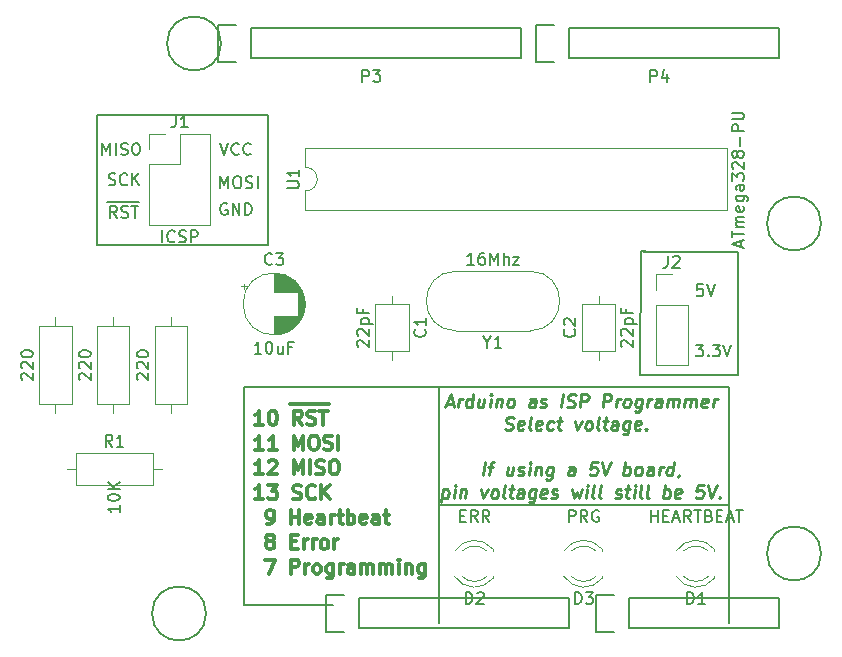
<source format=gbr>
G04 #@! TF.GenerationSoftware,KiCad,Pcbnew,5.1.5+dfsg1-2build2*
G04 #@! TF.CreationDate,2020-08-22T10:33:05-04:00*
G04 #@! TF.ProjectId,arduino-isp,61726475-696e-46f2-9d69-73702e6b6963,rev?*
G04 #@! TF.SameCoordinates,Original*
G04 #@! TF.FileFunction,Legend,Top*
G04 #@! TF.FilePolarity,Positive*
%FSLAX46Y46*%
G04 Gerber Fmt 4.6, Leading zero omitted, Abs format (unit mm)*
G04 Created by KiCad (PCBNEW 5.1.5+dfsg1-2build2) date 2020-08-22 10:33:05*
%MOMM*%
%LPD*%
G04 APERTURE LIST*
%ADD10C,0.150000*%
%ADD11C,0.275000*%
%ADD12C,0.300000*%
%ADD13C,0.120000*%
G04 APERTURE END LIST*
D10*
X130498000Y-123115000D02*
X137998000Y-123115000D01*
X130498000Y-104615000D02*
X130498000Y-123115000D01*
X136998000Y-104615000D02*
X130498000Y-104615000D01*
X146998000Y-104615000D02*
X136998000Y-104615000D01*
D11*
X147625507Y-106048333D02*
X148149316Y-106048333D01*
X147481459Y-106362619D02*
X147985626Y-105262619D01*
X148214793Y-106362619D01*
X148581459Y-106362619D02*
X148673126Y-105629285D01*
X148646936Y-105838809D02*
X148712412Y-105734047D01*
X148771340Y-105681666D01*
X148882650Y-105629285D01*
X148987412Y-105629285D01*
X149733840Y-106362619D02*
X149871340Y-105262619D01*
X149740388Y-106310238D02*
X149629078Y-106362619D01*
X149419555Y-106362619D01*
X149321340Y-106310238D01*
X149275507Y-106257857D01*
X149236221Y-106153095D01*
X149275507Y-105838809D01*
X149340983Y-105734047D01*
X149399912Y-105681666D01*
X149511221Y-105629285D01*
X149720745Y-105629285D01*
X149818959Y-105681666D01*
X150820745Y-105629285D02*
X150729078Y-106362619D01*
X150349316Y-105629285D02*
X150277293Y-106205476D01*
X150316578Y-106310238D01*
X150414793Y-106362619D01*
X150571936Y-106362619D01*
X150683245Y-106310238D01*
X150742174Y-106257857D01*
X151252888Y-106362619D02*
X151344555Y-105629285D01*
X151390388Y-105262619D02*
X151331459Y-105315000D01*
X151377293Y-105367380D01*
X151436221Y-105315000D01*
X151390388Y-105262619D01*
X151377293Y-105367380D01*
X151868364Y-105629285D02*
X151776697Y-106362619D01*
X151855269Y-105734047D02*
X151914197Y-105681666D01*
X152025507Y-105629285D01*
X152182650Y-105629285D01*
X152280864Y-105681666D01*
X152320150Y-105786428D01*
X152248126Y-106362619D01*
X152929078Y-106362619D02*
X152830864Y-106310238D01*
X152785031Y-106257857D01*
X152745745Y-106153095D01*
X152785031Y-105838809D01*
X152850507Y-105734047D01*
X152909436Y-105681666D01*
X153020745Y-105629285D01*
X153177888Y-105629285D01*
X153276102Y-105681666D01*
X153321936Y-105734047D01*
X153361221Y-105838809D01*
X153321936Y-106153095D01*
X153256459Y-106257857D01*
X153197531Y-106310238D01*
X153086221Y-106362619D01*
X152929078Y-106362619D01*
X155076697Y-106362619D02*
X155148721Y-105786428D01*
X155109436Y-105681666D01*
X155011221Y-105629285D01*
X154801697Y-105629285D01*
X154690388Y-105681666D01*
X155083245Y-106310238D02*
X154971936Y-106362619D01*
X154710031Y-106362619D01*
X154611816Y-106310238D01*
X154572531Y-106205476D01*
X154585626Y-106100714D01*
X154651102Y-105995952D01*
X154762412Y-105943571D01*
X155024316Y-105943571D01*
X155135626Y-105891190D01*
X155554674Y-106310238D02*
X155652888Y-106362619D01*
X155862412Y-106362619D01*
X155973721Y-106310238D01*
X156039197Y-106205476D01*
X156045745Y-106153095D01*
X156006459Y-106048333D01*
X155908245Y-105995952D01*
X155751102Y-105995952D01*
X155652888Y-105943571D01*
X155613602Y-105838809D01*
X155620150Y-105786428D01*
X155685626Y-105681666D01*
X155796936Y-105629285D01*
X155954078Y-105629285D01*
X156052293Y-105681666D01*
X157329078Y-106362619D02*
X157466578Y-105262619D01*
X157807055Y-106310238D02*
X157957650Y-106362619D01*
X158219555Y-106362619D01*
X158330864Y-106310238D01*
X158389793Y-106257857D01*
X158455269Y-106153095D01*
X158468364Y-106048333D01*
X158429078Y-105943571D01*
X158383245Y-105891190D01*
X158285031Y-105838809D01*
X158082055Y-105786428D01*
X157983840Y-105734047D01*
X157938007Y-105681666D01*
X157898721Y-105576904D01*
X157911816Y-105472142D01*
X157977293Y-105367380D01*
X158036221Y-105315000D01*
X158147531Y-105262619D01*
X158409436Y-105262619D01*
X158560031Y-105315000D01*
X158900507Y-106362619D02*
X159038007Y-105262619D01*
X159457055Y-105262619D01*
X159555269Y-105315000D01*
X159601102Y-105367380D01*
X159640388Y-105472142D01*
X159620745Y-105629285D01*
X159555269Y-105734047D01*
X159496340Y-105786428D01*
X159385031Y-105838809D01*
X158965983Y-105838809D01*
X160838602Y-106362619D02*
X160976102Y-105262619D01*
X161395150Y-105262619D01*
X161493364Y-105315000D01*
X161539197Y-105367380D01*
X161578483Y-105472142D01*
X161558840Y-105629285D01*
X161493364Y-105734047D01*
X161434436Y-105786428D01*
X161323126Y-105838809D01*
X160904078Y-105838809D01*
X161938602Y-106362619D02*
X162030269Y-105629285D01*
X162004078Y-105838809D02*
X162069555Y-105734047D01*
X162128483Y-105681666D01*
X162239793Y-105629285D01*
X162344555Y-105629285D01*
X162776697Y-106362619D02*
X162678483Y-106310238D01*
X162632650Y-106257857D01*
X162593364Y-106153095D01*
X162632650Y-105838809D01*
X162698126Y-105734047D01*
X162757055Y-105681666D01*
X162868364Y-105629285D01*
X163025507Y-105629285D01*
X163123721Y-105681666D01*
X163169555Y-105734047D01*
X163208840Y-105838809D01*
X163169555Y-106153095D01*
X163104078Y-106257857D01*
X163045150Y-106310238D01*
X162933840Y-106362619D01*
X162776697Y-106362619D01*
X164177888Y-105629285D02*
X164066578Y-106519761D01*
X164001102Y-106624523D01*
X163942174Y-106676904D01*
X163830864Y-106729285D01*
X163673721Y-106729285D01*
X163575507Y-106676904D01*
X164092769Y-106310238D02*
X163981459Y-106362619D01*
X163771936Y-106362619D01*
X163673721Y-106310238D01*
X163627888Y-106257857D01*
X163588602Y-106153095D01*
X163627888Y-105838809D01*
X163693364Y-105734047D01*
X163752293Y-105681666D01*
X163863602Y-105629285D01*
X164073126Y-105629285D01*
X164171340Y-105681666D01*
X164610031Y-106362619D02*
X164701697Y-105629285D01*
X164675507Y-105838809D02*
X164740983Y-105734047D01*
X164799912Y-105681666D01*
X164911221Y-105629285D01*
X165015983Y-105629285D01*
X165762412Y-106362619D02*
X165834436Y-105786428D01*
X165795150Y-105681666D01*
X165696936Y-105629285D01*
X165487412Y-105629285D01*
X165376102Y-105681666D01*
X165768959Y-106310238D02*
X165657650Y-106362619D01*
X165395745Y-106362619D01*
X165297531Y-106310238D01*
X165258245Y-106205476D01*
X165271340Y-106100714D01*
X165336816Y-105995952D01*
X165448126Y-105943571D01*
X165710031Y-105943571D01*
X165821340Y-105891190D01*
X166286221Y-106362619D02*
X166377888Y-105629285D01*
X166364793Y-105734047D02*
X166423721Y-105681666D01*
X166535031Y-105629285D01*
X166692174Y-105629285D01*
X166790388Y-105681666D01*
X166829674Y-105786428D01*
X166757650Y-106362619D01*
X166829674Y-105786428D02*
X166895150Y-105681666D01*
X167006459Y-105629285D01*
X167163602Y-105629285D01*
X167261816Y-105681666D01*
X167301102Y-105786428D01*
X167229078Y-106362619D01*
X167752888Y-106362619D02*
X167844555Y-105629285D01*
X167831459Y-105734047D02*
X167890388Y-105681666D01*
X168001697Y-105629285D01*
X168158840Y-105629285D01*
X168257055Y-105681666D01*
X168296340Y-105786428D01*
X168224316Y-106362619D01*
X168296340Y-105786428D02*
X168361816Y-105681666D01*
X168473126Y-105629285D01*
X168630269Y-105629285D01*
X168728483Y-105681666D01*
X168767769Y-105786428D01*
X168695745Y-106362619D01*
X169645150Y-106310238D02*
X169533840Y-106362619D01*
X169324316Y-106362619D01*
X169226102Y-106310238D01*
X169186816Y-106205476D01*
X169239197Y-105786428D01*
X169304674Y-105681666D01*
X169415983Y-105629285D01*
X169625507Y-105629285D01*
X169723721Y-105681666D01*
X169763007Y-105786428D01*
X169749912Y-105891190D01*
X169213007Y-105995952D01*
X170162412Y-106362619D02*
X170254078Y-105629285D01*
X170227888Y-105838809D02*
X170293364Y-105734047D01*
X170352293Y-105681666D01*
X170463602Y-105629285D01*
X170568364Y-105629285D01*
X152568959Y-108235238D02*
X152719555Y-108287619D01*
X152981459Y-108287619D01*
X153092769Y-108235238D01*
X153151697Y-108182857D01*
X153217174Y-108078095D01*
X153230269Y-107973333D01*
X153190983Y-107868571D01*
X153145150Y-107816190D01*
X153046936Y-107763809D01*
X152843959Y-107711428D01*
X152745745Y-107659047D01*
X152699912Y-107606666D01*
X152660626Y-107501904D01*
X152673721Y-107397142D01*
X152739197Y-107292380D01*
X152798126Y-107240000D01*
X152909436Y-107187619D01*
X153171340Y-107187619D01*
X153321936Y-107240000D01*
X154088007Y-108235238D02*
X153976697Y-108287619D01*
X153767174Y-108287619D01*
X153668959Y-108235238D01*
X153629674Y-108130476D01*
X153682055Y-107711428D01*
X153747531Y-107606666D01*
X153858840Y-107554285D01*
X154068364Y-107554285D01*
X154166578Y-107606666D01*
X154205864Y-107711428D01*
X154192769Y-107816190D01*
X153655864Y-107920952D01*
X154762412Y-108287619D02*
X154664197Y-108235238D01*
X154624912Y-108130476D01*
X154742769Y-107187619D01*
X155607055Y-108235238D02*
X155495745Y-108287619D01*
X155286221Y-108287619D01*
X155188007Y-108235238D01*
X155148721Y-108130476D01*
X155201102Y-107711428D01*
X155266578Y-107606666D01*
X155377888Y-107554285D01*
X155587412Y-107554285D01*
X155685626Y-107606666D01*
X155724912Y-107711428D01*
X155711816Y-107816190D01*
X155174912Y-107920952D01*
X156602293Y-108235238D02*
X156490983Y-108287619D01*
X156281459Y-108287619D01*
X156183245Y-108235238D01*
X156137412Y-108182857D01*
X156098126Y-108078095D01*
X156137412Y-107763809D01*
X156202888Y-107659047D01*
X156261816Y-107606666D01*
X156373126Y-107554285D01*
X156582650Y-107554285D01*
X156680864Y-107606666D01*
X157001697Y-107554285D02*
X157420745Y-107554285D01*
X157204674Y-107187619D02*
X157086816Y-108130476D01*
X157126102Y-108235238D01*
X157224316Y-108287619D01*
X157329078Y-108287619D01*
X158520745Y-107554285D02*
X158690983Y-108287619D01*
X159044555Y-107554285D01*
X159529078Y-108287619D02*
X159430864Y-108235238D01*
X159385031Y-108182857D01*
X159345745Y-108078095D01*
X159385031Y-107763809D01*
X159450507Y-107659047D01*
X159509436Y-107606666D01*
X159620745Y-107554285D01*
X159777888Y-107554285D01*
X159876102Y-107606666D01*
X159921936Y-107659047D01*
X159961221Y-107763809D01*
X159921936Y-108078095D01*
X159856459Y-108182857D01*
X159797531Y-108235238D01*
X159686221Y-108287619D01*
X159529078Y-108287619D01*
X160524316Y-108287619D02*
X160426102Y-108235238D01*
X160386816Y-108130476D01*
X160504674Y-107187619D01*
X160877888Y-107554285D02*
X161296936Y-107554285D01*
X161080864Y-107187619D02*
X160963007Y-108130476D01*
X161002293Y-108235238D01*
X161100507Y-108287619D01*
X161205269Y-108287619D01*
X162043364Y-108287619D02*
X162115388Y-107711428D01*
X162076102Y-107606666D01*
X161977888Y-107554285D01*
X161768364Y-107554285D01*
X161657055Y-107606666D01*
X162049912Y-108235238D02*
X161938602Y-108287619D01*
X161676697Y-108287619D01*
X161578483Y-108235238D01*
X161539197Y-108130476D01*
X161552293Y-108025714D01*
X161617769Y-107920952D01*
X161729078Y-107868571D01*
X161990983Y-107868571D01*
X162102293Y-107816190D01*
X163130269Y-107554285D02*
X163018959Y-108444761D01*
X162953483Y-108549523D01*
X162894555Y-108601904D01*
X162783245Y-108654285D01*
X162626102Y-108654285D01*
X162527888Y-108601904D01*
X163045150Y-108235238D02*
X162933840Y-108287619D01*
X162724316Y-108287619D01*
X162626102Y-108235238D01*
X162580269Y-108182857D01*
X162540983Y-108078095D01*
X162580269Y-107763809D01*
X162645745Y-107659047D01*
X162704674Y-107606666D01*
X162815983Y-107554285D01*
X163025507Y-107554285D01*
X163123721Y-107606666D01*
X163988007Y-108235238D02*
X163876697Y-108287619D01*
X163667174Y-108287619D01*
X163568959Y-108235238D01*
X163529674Y-108130476D01*
X163582055Y-107711428D01*
X163647531Y-107606666D01*
X163758840Y-107554285D01*
X163968364Y-107554285D01*
X164066578Y-107606666D01*
X164105864Y-107711428D01*
X164092769Y-107816190D01*
X163555864Y-107920952D01*
X164518364Y-108182857D02*
X164564197Y-108235238D01*
X164505269Y-108287619D01*
X164459436Y-108235238D01*
X164518364Y-108182857D01*
X164505269Y-108287619D01*
X150702888Y-112137619D02*
X150840388Y-111037619D01*
X151161221Y-111404285D02*
X151580269Y-111404285D01*
X151226697Y-112137619D02*
X151344555Y-111194761D01*
X151410031Y-111090000D01*
X151521340Y-111037619D01*
X151626102Y-111037619D01*
X153256459Y-111404285D02*
X153164793Y-112137619D01*
X152785031Y-111404285D02*
X152713007Y-111980476D01*
X152752293Y-112085238D01*
X152850507Y-112137619D01*
X153007650Y-112137619D01*
X153118959Y-112085238D01*
X153177888Y-112032857D01*
X153642769Y-112085238D02*
X153740983Y-112137619D01*
X153950507Y-112137619D01*
X154061816Y-112085238D01*
X154127293Y-111980476D01*
X154133840Y-111928095D01*
X154094555Y-111823333D01*
X153996340Y-111770952D01*
X153839197Y-111770952D01*
X153740983Y-111718571D01*
X153701697Y-111613809D01*
X153708245Y-111561428D01*
X153773721Y-111456666D01*
X153885031Y-111404285D01*
X154042174Y-111404285D01*
X154140388Y-111456666D01*
X154579078Y-112137619D02*
X154670745Y-111404285D01*
X154716578Y-111037619D02*
X154657650Y-111090000D01*
X154703483Y-111142380D01*
X154762412Y-111090000D01*
X154716578Y-111037619D01*
X154703483Y-111142380D01*
X155194555Y-111404285D02*
X155102888Y-112137619D01*
X155181459Y-111509047D02*
X155240388Y-111456666D01*
X155351697Y-111404285D01*
X155508840Y-111404285D01*
X155607055Y-111456666D01*
X155646340Y-111561428D01*
X155574316Y-112137619D01*
X156661221Y-111404285D02*
X156549912Y-112294761D01*
X156484436Y-112399523D01*
X156425507Y-112451904D01*
X156314197Y-112504285D01*
X156157055Y-112504285D01*
X156058840Y-112451904D01*
X156576102Y-112085238D02*
X156464793Y-112137619D01*
X156255269Y-112137619D01*
X156157055Y-112085238D01*
X156111221Y-112032857D01*
X156071936Y-111928095D01*
X156111221Y-111613809D01*
X156176697Y-111509047D01*
X156235626Y-111456666D01*
X156346936Y-111404285D01*
X156556459Y-111404285D01*
X156654674Y-111456666D01*
X158402888Y-112137619D02*
X158474912Y-111561428D01*
X158435626Y-111456666D01*
X158337412Y-111404285D01*
X158127888Y-111404285D01*
X158016578Y-111456666D01*
X158409436Y-112085238D02*
X158298126Y-112137619D01*
X158036221Y-112137619D01*
X157938007Y-112085238D01*
X157898721Y-111980476D01*
X157911816Y-111875714D01*
X157977293Y-111770952D01*
X158088602Y-111718571D01*
X158350507Y-111718571D01*
X158461816Y-111666190D01*
X160426102Y-111037619D02*
X159902293Y-111037619D01*
X159784436Y-111561428D01*
X159843364Y-111509047D01*
X159954674Y-111456666D01*
X160216578Y-111456666D01*
X160314793Y-111509047D01*
X160360626Y-111561428D01*
X160399912Y-111666190D01*
X160367174Y-111928095D01*
X160301697Y-112032857D01*
X160242769Y-112085238D01*
X160131459Y-112137619D01*
X159869555Y-112137619D01*
X159771340Y-112085238D01*
X159725507Y-112032857D01*
X160792769Y-111037619D02*
X161021936Y-112137619D01*
X161526102Y-111037619D01*
X162593364Y-112137619D02*
X162730864Y-111037619D01*
X162678483Y-111456666D02*
X162789793Y-111404285D01*
X162999316Y-111404285D01*
X163097531Y-111456666D01*
X163143364Y-111509047D01*
X163182650Y-111613809D01*
X163143364Y-111928095D01*
X163077888Y-112032857D01*
X163018959Y-112085238D01*
X162907650Y-112137619D01*
X162698126Y-112137619D01*
X162599912Y-112085238D01*
X163745745Y-112137619D02*
X163647531Y-112085238D01*
X163601697Y-112032857D01*
X163562412Y-111928095D01*
X163601697Y-111613809D01*
X163667174Y-111509047D01*
X163726102Y-111456666D01*
X163837412Y-111404285D01*
X163994555Y-111404285D01*
X164092769Y-111456666D01*
X164138602Y-111509047D01*
X164177888Y-111613809D01*
X164138602Y-111928095D01*
X164073126Y-112032857D01*
X164014197Y-112085238D01*
X163902888Y-112137619D01*
X163745745Y-112137619D01*
X165055269Y-112137619D02*
X165127293Y-111561428D01*
X165088007Y-111456666D01*
X164989793Y-111404285D01*
X164780269Y-111404285D01*
X164668959Y-111456666D01*
X165061816Y-112085238D02*
X164950507Y-112137619D01*
X164688602Y-112137619D01*
X164590388Y-112085238D01*
X164551102Y-111980476D01*
X164564197Y-111875714D01*
X164629674Y-111770952D01*
X164740983Y-111718571D01*
X165002888Y-111718571D01*
X165114197Y-111666190D01*
X165579078Y-112137619D02*
X165670745Y-111404285D01*
X165644555Y-111613809D02*
X165710031Y-111509047D01*
X165768959Y-111456666D01*
X165880269Y-111404285D01*
X165985031Y-111404285D01*
X166731459Y-112137619D02*
X166868959Y-111037619D01*
X166738007Y-112085238D02*
X166626697Y-112137619D01*
X166417174Y-112137619D01*
X166318959Y-112085238D01*
X166273126Y-112032857D01*
X166233840Y-111928095D01*
X166273126Y-111613809D01*
X166338602Y-111509047D01*
X166397531Y-111456666D01*
X166508840Y-111404285D01*
X166718364Y-111404285D01*
X166816578Y-111456666D01*
X167314197Y-112085238D02*
X167307650Y-112137619D01*
X167242174Y-112242380D01*
X167183245Y-112294761D01*
X147311221Y-113329285D02*
X147173721Y-114429285D01*
X147304674Y-113381666D02*
X147415983Y-113329285D01*
X147625507Y-113329285D01*
X147723721Y-113381666D01*
X147769555Y-113434047D01*
X147808840Y-113538809D01*
X147769555Y-113853095D01*
X147704078Y-113957857D01*
X147645150Y-114010238D01*
X147533840Y-114062619D01*
X147324316Y-114062619D01*
X147226102Y-114010238D01*
X148214793Y-114062619D02*
X148306459Y-113329285D01*
X148352293Y-112962619D02*
X148293364Y-113015000D01*
X148339197Y-113067380D01*
X148398126Y-113015000D01*
X148352293Y-112962619D01*
X148339197Y-113067380D01*
X148830269Y-113329285D02*
X148738602Y-114062619D01*
X148817174Y-113434047D02*
X148876102Y-113381666D01*
X148987412Y-113329285D01*
X149144555Y-113329285D01*
X149242769Y-113381666D01*
X149282055Y-113486428D01*
X149210031Y-114062619D01*
X150558840Y-113329285D02*
X150729078Y-114062619D01*
X151082650Y-113329285D01*
X151567174Y-114062619D02*
X151468959Y-114010238D01*
X151423126Y-113957857D01*
X151383840Y-113853095D01*
X151423126Y-113538809D01*
X151488602Y-113434047D01*
X151547531Y-113381666D01*
X151658840Y-113329285D01*
X151815983Y-113329285D01*
X151914197Y-113381666D01*
X151960031Y-113434047D01*
X151999316Y-113538809D01*
X151960031Y-113853095D01*
X151894555Y-113957857D01*
X151835626Y-114010238D01*
X151724316Y-114062619D01*
X151567174Y-114062619D01*
X152562412Y-114062619D02*
X152464197Y-114010238D01*
X152424912Y-113905476D01*
X152542769Y-112962619D01*
X152915983Y-113329285D02*
X153335031Y-113329285D01*
X153118959Y-112962619D02*
X153001102Y-113905476D01*
X153040388Y-114010238D01*
X153138602Y-114062619D01*
X153243364Y-114062619D01*
X154081459Y-114062619D02*
X154153483Y-113486428D01*
X154114197Y-113381666D01*
X154015983Y-113329285D01*
X153806459Y-113329285D01*
X153695150Y-113381666D01*
X154088007Y-114010238D02*
X153976697Y-114062619D01*
X153714793Y-114062619D01*
X153616578Y-114010238D01*
X153577293Y-113905476D01*
X153590388Y-113800714D01*
X153655864Y-113695952D01*
X153767174Y-113643571D01*
X154029078Y-113643571D01*
X154140388Y-113591190D01*
X155168364Y-113329285D02*
X155057055Y-114219761D01*
X154991578Y-114324523D01*
X154932650Y-114376904D01*
X154821340Y-114429285D01*
X154664197Y-114429285D01*
X154565983Y-114376904D01*
X155083245Y-114010238D02*
X154971936Y-114062619D01*
X154762412Y-114062619D01*
X154664197Y-114010238D01*
X154618364Y-113957857D01*
X154579078Y-113853095D01*
X154618364Y-113538809D01*
X154683840Y-113434047D01*
X154742769Y-113381666D01*
X154854078Y-113329285D01*
X155063602Y-113329285D01*
X155161816Y-113381666D01*
X156026102Y-114010238D02*
X155914793Y-114062619D01*
X155705269Y-114062619D01*
X155607055Y-114010238D01*
X155567769Y-113905476D01*
X155620150Y-113486428D01*
X155685626Y-113381666D01*
X155796936Y-113329285D01*
X156006459Y-113329285D01*
X156104674Y-113381666D01*
X156143959Y-113486428D01*
X156130864Y-113591190D01*
X155593959Y-113695952D01*
X156497531Y-114010238D02*
X156595745Y-114062619D01*
X156805269Y-114062619D01*
X156916578Y-114010238D01*
X156982055Y-113905476D01*
X156988602Y-113853095D01*
X156949316Y-113748333D01*
X156851102Y-113695952D01*
X156693959Y-113695952D01*
X156595745Y-113643571D01*
X156556459Y-113538809D01*
X156563007Y-113486428D01*
X156628483Y-113381666D01*
X156739793Y-113329285D01*
X156896936Y-113329285D01*
X156995150Y-113381666D01*
X158258840Y-113329285D02*
X158376697Y-114062619D01*
X158651697Y-113538809D01*
X158795745Y-114062619D01*
X159096936Y-113329285D01*
X159424316Y-114062619D02*
X159515983Y-113329285D01*
X159561816Y-112962619D02*
X159502888Y-113015000D01*
X159548721Y-113067380D01*
X159607650Y-113015000D01*
X159561816Y-112962619D01*
X159548721Y-113067380D01*
X160105269Y-114062619D02*
X160007055Y-114010238D01*
X159967769Y-113905476D01*
X160085626Y-112962619D01*
X160681459Y-114062619D02*
X160583245Y-114010238D01*
X160543959Y-113905476D01*
X160661816Y-112962619D01*
X161892769Y-114010238D02*
X161990983Y-114062619D01*
X162200507Y-114062619D01*
X162311816Y-114010238D01*
X162377293Y-113905476D01*
X162383840Y-113853095D01*
X162344555Y-113748333D01*
X162246340Y-113695952D01*
X162089197Y-113695952D01*
X161990983Y-113643571D01*
X161951697Y-113538809D01*
X161958245Y-113486428D01*
X162023721Y-113381666D01*
X162135031Y-113329285D01*
X162292174Y-113329285D01*
X162390388Y-113381666D01*
X162763602Y-113329285D02*
X163182650Y-113329285D01*
X162966578Y-112962619D02*
X162848721Y-113905476D01*
X162888007Y-114010238D01*
X162986221Y-114062619D01*
X163090983Y-114062619D01*
X163457650Y-114062619D02*
X163549316Y-113329285D01*
X163595150Y-112962619D02*
X163536221Y-113015000D01*
X163582055Y-113067380D01*
X163640983Y-113015000D01*
X163595150Y-112962619D01*
X163582055Y-113067380D01*
X164138602Y-114062619D02*
X164040388Y-114010238D01*
X164001102Y-113905476D01*
X164118959Y-112962619D01*
X164714793Y-114062619D02*
X164616578Y-114010238D01*
X164577293Y-113905476D01*
X164695150Y-112962619D01*
X165971936Y-114062619D02*
X166109436Y-112962619D01*
X166057055Y-113381666D02*
X166168364Y-113329285D01*
X166377888Y-113329285D01*
X166476102Y-113381666D01*
X166521936Y-113434047D01*
X166561221Y-113538809D01*
X166521936Y-113853095D01*
X166456459Y-113957857D01*
X166397531Y-114010238D01*
X166286221Y-114062619D01*
X166076697Y-114062619D01*
X165978483Y-114010238D01*
X167392769Y-114010238D02*
X167281459Y-114062619D01*
X167071936Y-114062619D01*
X166973721Y-114010238D01*
X166934436Y-113905476D01*
X166986816Y-113486428D01*
X167052293Y-113381666D01*
X167163602Y-113329285D01*
X167373126Y-113329285D01*
X167471340Y-113381666D01*
X167510626Y-113486428D01*
X167497531Y-113591190D01*
X166960626Y-113695952D01*
X169409436Y-112962619D02*
X168885626Y-112962619D01*
X168767769Y-113486428D01*
X168826697Y-113434047D01*
X168938007Y-113381666D01*
X169199912Y-113381666D01*
X169298126Y-113434047D01*
X169343959Y-113486428D01*
X169383245Y-113591190D01*
X169350507Y-113853095D01*
X169285031Y-113957857D01*
X169226102Y-114010238D01*
X169114793Y-114062619D01*
X168852888Y-114062619D01*
X168754674Y-114010238D01*
X168708840Y-113957857D01*
X169776102Y-112962619D02*
X170005269Y-114062619D01*
X170509436Y-112962619D01*
X170751697Y-113957857D02*
X170797531Y-114010238D01*
X170738602Y-114062619D01*
X170692769Y-114010238D01*
X170751697Y-113957857D01*
X170738602Y-114062619D01*
D10*
X146998000Y-114615000D02*
X146998000Y-104615000D01*
X171498000Y-114615000D02*
X146998000Y-114615000D01*
X171498000Y-104615000D02*
X171498000Y-114615000D01*
X146998000Y-104615000D02*
X171498000Y-104615000D01*
X164098000Y-93115000D02*
X164498000Y-93115000D01*
X163998000Y-103615000D02*
X164098000Y-93115000D01*
X172298000Y-103615000D02*
X163998000Y-103615000D01*
X172298000Y-93215000D02*
X172298000Y-103615000D01*
X164298000Y-93215000D02*
X172298000Y-93215000D01*
D12*
X132107285Y-107857857D02*
X131421571Y-107857857D01*
X131764428Y-107857857D02*
X131764428Y-106657857D01*
X131650142Y-106829285D01*
X131535857Y-106943571D01*
X131421571Y-107000714D01*
X132850142Y-106657857D02*
X132964428Y-106657857D01*
X133078714Y-106715000D01*
X133135857Y-106772142D01*
X133193000Y-106886428D01*
X133250142Y-107115000D01*
X133250142Y-107400714D01*
X133193000Y-107629285D01*
X133135857Y-107743571D01*
X133078714Y-107800714D01*
X132964428Y-107857857D01*
X132850142Y-107857857D01*
X132735857Y-107800714D01*
X132678714Y-107743571D01*
X132621571Y-107629285D01*
X132564428Y-107400714D01*
X132564428Y-107115000D01*
X132621571Y-106886428D01*
X132678714Y-106772142D01*
X132735857Y-106715000D01*
X132850142Y-106657857D01*
X134393000Y-106061000D02*
X135593000Y-106061000D01*
X135364428Y-107857857D02*
X134964428Y-107286428D01*
X134678714Y-107857857D02*
X134678714Y-106657857D01*
X135135857Y-106657857D01*
X135250142Y-106715000D01*
X135307285Y-106772142D01*
X135364428Y-106886428D01*
X135364428Y-107057857D01*
X135307285Y-107172142D01*
X135250142Y-107229285D01*
X135135857Y-107286428D01*
X134678714Y-107286428D01*
X135593000Y-106061000D02*
X136735857Y-106061000D01*
X135821571Y-107800714D02*
X135993000Y-107857857D01*
X136278714Y-107857857D01*
X136393000Y-107800714D01*
X136450142Y-107743571D01*
X136507285Y-107629285D01*
X136507285Y-107515000D01*
X136450142Y-107400714D01*
X136393000Y-107343571D01*
X136278714Y-107286428D01*
X136050142Y-107229285D01*
X135935857Y-107172142D01*
X135878714Y-107115000D01*
X135821571Y-107000714D01*
X135821571Y-106886428D01*
X135878714Y-106772142D01*
X135935857Y-106715000D01*
X136050142Y-106657857D01*
X136335857Y-106657857D01*
X136507285Y-106715000D01*
X136735857Y-106061000D02*
X137650142Y-106061000D01*
X136850142Y-106657857D02*
X137535857Y-106657857D01*
X137193000Y-107857857D02*
X137193000Y-106657857D01*
X132107285Y-109957857D02*
X131421571Y-109957857D01*
X131764428Y-109957857D02*
X131764428Y-108757857D01*
X131650142Y-108929285D01*
X131535857Y-109043571D01*
X131421571Y-109100714D01*
X133250142Y-109957857D02*
X132564428Y-109957857D01*
X132907285Y-109957857D02*
X132907285Y-108757857D01*
X132793000Y-108929285D01*
X132678714Y-109043571D01*
X132564428Y-109100714D01*
X134678714Y-109957857D02*
X134678714Y-108757857D01*
X135078714Y-109615000D01*
X135478714Y-108757857D01*
X135478714Y-109957857D01*
X136278714Y-108757857D02*
X136507285Y-108757857D01*
X136621571Y-108815000D01*
X136735857Y-108929285D01*
X136793000Y-109157857D01*
X136793000Y-109557857D01*
X136735857Y-109786428D01*
X136621571Y-109900714D01*
X136507285Y-109957857D01*
X136278714Y-109957857D01*
X136164428Y-109900714D01*
X136050142Y-109786428D01*
X135993000Y-109557857D01*
X135993000Y-109157857D01*
X136050142Y-108929285D01*
X136164428Y-108815000D01*
X136278714Y-108757857D01*
X137250142Y-109900714D02*
X137421571Y-109957857D01*
X137707285Y-109957857D01*
X137821571Y-109900714D01*
X137878714Y-109843571D01*
X137935857Y-109729285D01*
X137935857Y-109615000D01*
X137878714Y-109500714D01*
X137821571Y-109443571D01*
X137707285Y-109386428D01*
X137478714Y-109329285D01*
X137364428Y-109272142D01*
X137307285Y-109215000D01*
X137250142Y-109100714D01*
X137250142Y-108986428D01*
X137307285Y-108872142D01*
X137364428Y-108815000D01*
X137478714Y-108757857D01*
X137764428Y-108757857D01*
X137935857Y-108815000D01*
X138450142Y-109957857D02*
X138450142Y-108757857D01*
X132107285Y-112057857D02*
X131421571Y-112057857D01*
X131764428Y-112057857D02*
X131764428Y-110857857D01*
X131650142Y-111029285D01*
X131535857Y-111143571D01*
X131421571Y-111200714D01*
X132564428Y-110972142D02*
X132621571Y-110915000D01*
X132735857Y-110857857D01*
X133021571Y-110857857D01*
X133135857Y-110915000D01*
X133193000Y-110972142D01*
X133250142Y-111086428D01*
X133250142Y-111200714D01*
X133193000Y-111372142D01*
X132507285Y-112057857D01*
X133250142Y-112057857D01*
X134678714Y-112057857D02*
X134678714Y-110857857D01*
X135078714Y-111715000D01*
X135478714Y-110857857D01*
X135478714Y-112057857D01*
X136050142Y-112057857D02*
X136050142Y-110857857D01*
X136564428Y-112000714D02*
X136735857Y-112057857D01*
X137021571Y-112057857D01*
X137135857Y-112000714D01*
X137193000Y-111943571D01*
X137250142Y-111829285D01*
X137250142Y-111715000D01*
X137193000Y-111600714D01*
X137135857Y-111543571D01*
X137021571Y-111486428D01*
X136793000Y-111429285D01*
X136678714Y-111372142D01*
X136621571Y-111315000D01*
X136564428Y-111200714D01*
X136564428Y-111086428D01*
X136621571Y-110972142D01*
X136678714Y-110915000D01*
X136793000Y-110857857D01*
X137078714Y-110857857D01*
X137250142Y-110915000D01*
X137993000Y-110857857D02*
X138221571Y-110857857D01*
X138335857Y-110915000D01*
X138450142Y-111029285D01*
X138507285Y-111257857D01*
X138507285Y-111657857D01*
X138450142Y-111886428D01*
X138335857Y-112000714D01*
X138221571Y-112057857D01*
X137993000Y-112057857D01*
X137878714Y-112000714D01*
X137764428Y-111886428D01*
X137707285Y-111657857D01*
X137707285Y-111257857D01*
X137764428Y-111029285D01*
X137878714Y-110915000D01*
X137993000Y-110857857D01*
X132107285Y-114157857D02*
X131421571Y-114157857D01*
X131764428Y-114157857D02*
X131764428Y-112957857D01*
X131650142Y-113129285D01*
X131535857Y-113243571D01*
X131421571Y-113300714D01*
X132507285Y-112957857D02*
X133250142Y-112957857D01*
X132850142Y-113415000D01*
X133021571Y-113415000D01*
X133135857Y-113472142D01*
X133193000Y-113529285D01*
X133250142Y-113643571D01*
X133250142Y-113929285D01*
X133193000Y-114043571D01*
X133135857Y-114100714D01*
X133021571Y-114157857D01*
X132678714Y-114157857D01*
X132564428Y-114100714D01*
X132507285Y-114043571D01*
X134621571Y-114100714D02*
X134793000Y-114157857D01*
X135078714Y-114157857D01*
X135193000Y-114100714D01*
X135250142Y-114043571D01*
X135307285Y-113929285D01*
X135307285Y-113815000D01*
X135250142Y-113700714D01*
X135193000Y-113643571D01*
X135078714Y-113586428D01*
X134850142Y-113529285D01*
X134735857Y-113472142D01*
X134678714Y-113415000D01*
X134621571Y-113300714D01*
X134621571Y-113186428D01*
X134678714Y-113072142D01*
X134735857Y-113015000D01*
X134850142Y-112957857D01*
X135135857Y-112957857D01*
X135307285Y-113015000D01*
X136507285Y-114043571D02*
X136450142Y-114100714D01*
X136278714Y-114157857D01*
X136164428Y-114157857D01*
X135993000Y-114100714D01*
X135878714Y-113986428D01*
X135821571Y-113872142D01*
X135764428Y-113643571D01*
X135764428Y-113472142D01*
X135821571Y-113243571D01*
X135878714Y-113129285D01*
X135993000Y-113015000D01*
X136164428Y-112957857D01*
X136278714Y-112957857D01*
X136450142Y-113015000D01*
X136507285Y-113072142D01*
X137021571Y-114157857D02*
X137021571Y-112957857D01*
X137707285Y-114157857D02*
X137193000Y-113472142D01*
X137707285Y-112957857D02*
X137021571Y-113643571D01*
X132450142Y-116257857D02*
X132678714Y-116257857D01*
X132793000Y-116200714D01*
X132850142Y-116143571D01*
X132964428Y-115972142D01*
X133021571Y-115743571D01*
X133021571Y-115286428D01*
X132964428Y-115172142D01*
X132907285Y-115115000D01*
X132793000Y-115057857D01*
X132564428Y-115057857D01*
X132450142Y-115115000D01*
X132393000Y-115172142D01*
X132335857Y-115286428D01*
X132335857Y-115572142D01*
X132393000Y-115686428D01*
X132450142Y-115743571D01*
X132564428Y-115800714D01*
X132793000Y-115800714D01*
X132907285Y-115743571D01*
X132964428Y-115686428D01*
X133021571Y-115572142D01*
X134450142Y-116257857D02*
X134450142Y-115057857D01*
X134450142Y-115629285D02*
X135135857Y-115629285D01*
X135135857Y-116257857D02*
X135135857Y-115057857D01*
X136164428Y-116200714D02*
X136050142Y-116257857D01*
X135821571Y-116257857D01*
X135707285Y-116200714D01*
X135650142Y-116086428D01*
X135650142Y-115629285D01*
X135707285Y-115515000D01*
X135821571Y-115457857D01*
X136050142Y-115457857D01*
X136164428Y-115515000D01*
X136221571Y-115629285D01*
X136221571Y-115743571D01*
X135650142Y-115857857D01*
X137250142Y-116257857D02*
X137250142Y-115629285D01*
X137193000Y-115515000D01*
X137078714Y-115457857D01*
X136850142Y-115457857D01*
X136735857Y-115515000D01*
X137250142Y-116200714D02*
X137135857Y-116257857D01*
X136850142Y-116257857D01*
X136735857Y-116200714D01*
X136678714Y-116086428D01*
X136678714Y-115972142D01*
X136735857Y-115857857D01*
X136850142Y-115800714D01*
X137135857Y-115800714D01*
X137250142Y-115743571D01*
X137821571Y-116257857D02*
X137821571Y-115457857D01*
X137821571Y-115686428D02*
X137878714Y-115572142D01*
X137935857Y-115515000D01*
X138050142Y-115457857D01*
X138164428Y-115457857D01*
X138393000Y-115457857D02*
X138850142Y-115457857D01*
X138564428Y-115057857D02*
X138564428Y-116086428D01*
X138621571Y-116200714D01*
X138735857Y-116257857D01*
X138850142Y-116257857D01*
X139250142Y-116257857D02*
X139250142Y-115057857D01*
X139250142Y-115515000D02*
X139364428Y-115457857D01*
X139593000Y-115457857D01*
X139707285Y-115515000D01*
X139764428Y-115572142D01*
X139821571Y-115686428D01*
X139821571Y-116029285D01*
X139764428Y-116143571D01*
X139707285Y-116200714D01*
X139593000Y-116257857D01*
X139364428Y-116257857D01*
X139250142Y-116200714D01*
X140793000Y-116200714D02*
X140678714Y-116257857D01*
X140450142Y-116257857D01*
X140335857Y-116200714D01*
X140278714Y-116086428D01*
X140278714Y-115629285D01*
X140335857Y-115515000D01*
X140450142Y-115457857D01*
X140678714Y-115457857D01*
X140793000Y-115515000D01*
X140850142Y-115629285D01*
X140850142Y-115743571D01*
X140278714Y-115857857D01*
X141878714Y-116257857D02*
X141878714Y-115629285D01*
X141821571Y-115515000D01*
X141707285Y-115457857D01*
X141478714Y-115457857D01*
X141364428Y-115515000D01*
X141878714Y-116200714D02*
X141764428Y-116257857D01*
X141478714Y-116257857D01*
X141364428Y-116200714D01*
X141307285Y-116086428D01*
X141307285Y-115972142D01*
X141364428Y-115857857D01*
X141478714Y-115800714D01*
X141764428Y-115800714D01*
X141878714Y-115743571D01*
X142278714Y-115457857D02*
X142735857Y-115457857D01*
X142450142Y-115057857D02*
X142450142Y-116086428D01*
X142507285Y-116200714D01*
X142621571Y-116257857D01*
X142735857Y-116257857D01*
X132564428Y-117672142D02*
X132450142Y-117615000D01*
X132393000Y-117557857D01*
X132335857Y-117443571D01*
X132335857Y-117386428D01*
X132393000Y-117272142D01*
X132450142Y-117215000D01*
X132564428Y-117157857D01*
X132793000Y-117157857D01*
X132907285Y-117215000D01*
X132964428Y-117272142D01*
X133021571Y-117386428D01*
X133021571Y-117443571D01*
X132964428Y-117557857D01*
X132907285Y-117615000D01*
X132793000Y-117672142D01*
X132564428Y-117672142D01*
X132450142Y-117729285D01*
X132393000Y-117786428D01*
X132335857Y-117900714D01*
X132335857Y-118129285D01*
X132393000Y-118243571D01*
X132450142Y-118300714D01*
X132564428Y-118357857D01*
X132793000Y-118357857D01*
X132907285Y-118300714D01*
X132964428Y-118243571D01*
X133021571Y-118129285D01*
X133021571Y-117900714D01*
X132964428Y-117786428D01*
X132907285Y-117729285D01*
X132793000Y-117672142D01*
X134450142Y-117729285D02*
X134850142Y-117729285D01*
X135021571Y-118357857D02*
X134450142Y-118357857D01*
X134450142Y-117157857D01*
X135021571Y-117157857D01*
X135535857Y-118357857D02*
X135535857Y-117557857D01*
X135535857Y-117786428D02*
X135593000Y-117672142D01*
X135650142Y-117615000D01*
X135764428Y-117557857D01*
X135878714Y-117557857D01*
X136278714Y-118357857D02*
X136278714Y-117557857D01*
X136278714Y-117786428D02*
X136335857Y-117672142D01*
X136393000Y-117615000D01*
X136507285Y-117557857D01*
X136621571Y-117557857D01*
X137193000Y-118357857D02*
X137078714Y-118300714D01*
X137021571Y-118243571D01*
X136964428Y-118129285D01*
X136964428Y-117786428D01*
X137021571Y-117672142D01*
X137078714Y-117615000D01*
X137193000Y-117557857D01*
X137364428Y-117557857D01*
X137478714Y-117615000D01*
X137535857Y-117672142D01*
X137593000Y-117786428D01*
X137593000Y-118129285D01*
X137535857Y-118243571D01*
X137478714Y-118300714D01*
X137364428Y-118357857D01*
X137193000Y-118357857D01*
X138107285Y-118357857D02*
X138107285Y-117557857D01*
X138107285Y-117786428D02*
X138164428Y-117672142D01*
X138221571Y-117615000D01*
X138335857Y-117557857D01*
X138450142Y-117557857D01*
X132278714Y-119257857D02*
X133078714Y-119257857D01*
X132564428Y-120457857D01*
X134450142Y-120457857D02*
X134450142Y-119257857D01*
X134907285Y-119257857D01*
X135021571Y-119315000D01*
X135078714Y-119372142D01*
X135135857Y-119486428D01*
X135135857Y-119657857D01*
X135078714Y-119772142D01*
X135021571Y-119829285D01*
X134907285Y-119886428D01*
X134450142Y-119886428D01*
X135650142Y-120457857D02*
X135650142Y-119657857D01*
X135650142Y-119886428D02*
X135707285Y-119772142D01*
X135764428Y-119715000D01*
X135878714Y-119657857D01*
X135993000Y-119657857D01*
X136564428Y-120457857D02*
X136450142Y-120400714D01*
X136393000Y-120343571D01*
X136335857Y-120229285D01*
X136335857Y-119886428D01*
X136393000Y-119772142D01*
X136450142Y-119715000D01*
X136564428Y-119657857D01*
X136735857Y-119657857D01*
X136850142Y-119715000D01*
X136907285Y-119772142D01*
X136964428Y-119886428D01*
X136964428Y-120229285D01*
X136907285Y-120343571D01*
X136850142Y-120400714D01*
X136735857Y-120457857D01*
X136564428Y-120457857D01*
X137993000Y-119657857D02*
X137993000Y-120629285D01*
X137935857Y-120743571D01*
X137878714Y-120800714D01*
X137764428Y-120857857D01*
X137593000Y-120857857D01*
X137478714Y-120800714D01*
X137993000Y-120400714D02*
X137878714Y-120457857D01*
X137650142Y-120457857D01*
X137535857Y-120400714D01*
X137478714Y-120343571D01*
X137421571Y-120229285D01*
X137421571Y-119886428D01*
X137478714Y-119772142D01*
X137535857Y-119715000D01*
X137650142Y-119657857D01*
X137878714Y-119657857D01*
X137993000Y-119715000D01*
X138564428Y-120457857D02*
X138564428Y-119657857D01*
X138564428Y-119886428D02*
X138621571Y-119772142D01*
X138678714Y-119715000D01*
X138793000Y-119657857D01*
X138907285Y-119657857D01*
X139821571Y-120457857D02*
X139821571Y-119829285D01*
X139764428Y-119715000D01*
X139650142Y-119657857D01*
X139421571Y-119657857D01*
X139307285Y-119715000D01*
X139821571Y-120400714D02*
X139707285Y-120457857D01*
X139421571Y-120457857D01*
X139307285Y-120400714D01*
X139250142Y-120286428D01*
X139250142Y-120172142D01*
X139307285Y-120057857D01*
X139421571Y-120000714D01*
X139707285Y-120000714D01*
X139821571Y-119943571D01*
X140393000Y-120457857D02*
X140393000Y-119657857D01*
X140393000Y-119772142D02*
X140450142Y-119715000D01*
X140564428Y-119657857D01*
X140735857Y-119657857D01*
X140850142Y-119715000D01*
X140907285Y-119829285D01*
X140907285Y-120457857D01*
X140907285Y-119829285D02*
X140964428Y-119715000D01*
X141078714Y-119657857D01*
X141250142Y-119657857D01*
X141364428Y-119715000D01*
X141421571Y-119829285D01*
X141421571Y-120457857D01*
X141993000Y-120457857D02*
X141993000Y-119657857D01*
X141993000Y-119772142D02*
X142050142Y-119715000D01*
X142164428Y-119657857D01*
X142335857Y-119657857D01*
X142450142Y-119715000D01*
X142507285Y-119829285D01*
X142507285Y-120457857D01*
X142507285Y-119829285D02*
X142564428Y-119715000D01*
X142678714Y-119657857D01*
X142850142Y-119657857D01*
X142964428Y-119715000D01*
X143021571Y-119829285D01*
X143021571Y-120457857D01*
X143593000Y-120457857D02*
X143593000Y-119657857D01*
X143593000Y-119257857D02*
X143535857Y-119315000D01*
X143593000Y-119372142D01*
X143650142Y-119315000D01*
X143593000Y-119257857D01*
X143593000Y-119372142D01*
X144164428Y-119657857D02*
X144164428Y-120457857D01*
X144164428Y-119772142D02*
X144221571Y-119715000D01*
X144335857Y-119657857D01*
X144507285Y-119657857D01*
X144621571Y-119715000D01*
X144678714Y-119829285D01*
X144678714Y-120457857D01*
X145764428Y-119657857D02*
X145764428Y-120629285D01*
X145707285Y-120743571D01*
X145650142Y-120800714D01*
X145535857Y-120857857D01*
X145364428Y-120857857D01*
X145250142Y-120800714D01*
X145764428Y-120400714D02*
X145650142Y-120457857D01*
X145421571Y-120457857D01*
X145307285Y-120400714D01*
X145250142Y-120343571D01*
X145193000Y-120229285D01*
X145193000Y-119886428D01*
X145250142Y-119772142D01*
X145307285Y-119715000D01*
X145421571Y-119657857D01*
X145650142Y-119657857D01*
X145764428Y-119715000D01*
D10*
X171498000Y-124615000D02*
X171498000Y-114615000D01*
X146998000Y-114615000D02*
X146998000Y-124615000D01*
X155998000Y-114615000D02*
X146998000Y-114615000D01*
X117998000Y-92615000D02*
X117998000Y-88865000D01*
X132498000Y-92615000D02*
X117998000Y-92615000D01*
X132498000Y-81615000D02*
X132498000Y-92615000D01*
X117998000Y-81615000D02*
X132498000Y-81615000D01*
X117998000Y-89115000D02*
X117998000Y-81615000D01*
D13*
X130443225Y-95890000D02*
X130443225Y-96390000D01*
X130193225Y-96140000D02*
X130693225Y-96140000D01*
X135599000Y-97331000D02*
X135599000Y-97899000D01*
X135559000Y-97097000D02*
X135559000Y-98133000D01*
X135519000Y-96938000D02*
X135519000Y-98292000D01*
X135479000Y-96810000D02*
X135479000Y-98420000D01*
X135439000Y-96700000D02*
X135439000Y-98530000D01*
X135399000Y-96604000D02*
X135399000Y-98626000D01*
X135359000Y-96517000D02*
X135359000Y-98713000D01*
X135319000Y-96437000D02*
X135319000Y-98793000D01*
X135279000Y-96364000D02*
X135279000Y-98866000D01*
X135239000Y-96296000D02*
X135239000Y-98934000D01*
X135199000Y-96232000D02*
X135199000Y-98998000D01*
X135159000Y-96172000D02*
X135159000Y-99058000D01*
X135119000Y-96115000D02*
X135119000Y-99115000D01*
X135079000Y-96061000D02*
X135079000Y-99169000D01*
X135039000Y-96010000D02*
X135039000Y-99220000D01*
X134999000Y-98655000D02*
X134999000Y-99268000D01*
X134999000Y-95962000D02*
X134999000Y-96575000D01*
X134959000Y-98655000D02*
X134959000Y-99314000D01*
X134959000Y-95916000D02*
X134959000Y-96575000D01*
X134919000Y-98655000D02*
X134919000Y-99358000D01*
X134919000Y-95872000D02*
X134919000Y-96575000D01*
X134879000Y-98655000D02*
X134879000Y-99400000D01*
X134879000Y-95830000D02*
X134879000Y-96575000D01*
X134839000Y-98655000D02*
X134839000Y-99441000D01*
X134839000Y-95789000D02*
X134839000Y-96575000D01*
X134799000Y-98655000D02*
X134799000Y-99479000D01*
X134799000Y-95751000D02*
X134799000Y-96575000D01*
X134759000Y-98655000D02*
X134759000Y-99516000D01*
X134759000Y-95714000D02*
X134759000Y-96575000D01*
X134719000Y-98655000D02*
X134719000Y-99552000D01*
X134719000Y-95678000D02*
X134719000Y-96575000D01*
X134679000Y-98655000D02*
X134679000Y-99586000D01*
X134679000Y-95644000D02*
X134679000Y-96575000D01*
X134639000Y-98655000D02*
X134639000Y-99619000D01*
X134639000Y-95611000D02*
X134639000Y-96575000D01*
X134599000Y-98655000D02*
X134599000Y-99650000D01*
X134599000Y-95580000D02*
X134599000Y-96575000D01*
X134559000Y-98655000D02*
X134559000Y-99680000D01*
X134559000Y-95550000D02*
X134559000Y-96575000D01*
X134519000Y-98655000D02*
X134519000Y-99710000D01*
X134519000Y-95520000D02*
X134519000Y-96575000D01*
X134479000Y-98655000D02*
X134479000Y-99737000D01*
X134479000Y-95493000D02*
X134479000Y-96575000D01*
X134439000Y-98655000D02*
X134439000Y-99764000D01*
X134439000Y-95466000D02*
X134439000Y-96575000D01*
X134399000Y-98655000D02*
X134399000Y-99790000D01*
X134399000Y-95440000D02*
X134399000Y-96575000D01*
X134359000Y-98655000D02*
X134359000Y-99815000D01*
X134359000Y-95415000D02*
X134359000Y-96575000D01*
X134319000Y-98655000D02*
X134319000Y-99839000D01*
X134319000Y-95391000D02*
X134319000Y-96575000D01*
X134279000Y-98655000D02*
X134279000Y-99862000D01*
X134279000Y-95368000D02*
X134279000Y-96575000D01*
X134239000Y-98655000D02*
X134239000Y-99883000D01*
X134239000Y-95347000D02*
X134239000Y-96575000D01*
X134199000Y-98655000D02*
X134199000Y-99905000D01*
X134199000Y-95325000D02*
X134199000Y-96575000D01*
X134159000Y-98655000D02*
X134159000Y-99925000D01*
X134159000Y-95305000D02*
X134159000Y-96575000D01*
X134119000Y-98655000D02*
X134119000Y-99944000D01*
X134119000Y-95286000D02*
X134119000Y-96575000D01*
X134079000Y-98655000D02*
X134079000Y-99963000D01*
X134079000Y-95267000D02*
X134079000Y-96575000D01*
X134039000Y-98655000D02*
X134039000Y-99980000D01*
X134039000Y-95250000D02*
X134039000Y-96575000D01*
X133999000Y-98655000D02*
X133999000Y-99997000D01*
X133999000Y-95233000D02*
X133999000Y-96575000D01*
X133959000Y-98655000D02*
X133959000Y-100013000D01*
X133959000Y-95217000D02*
X133959000Y-96575000D01*
X133919000Y-98655000D02*
X133919000Y-100029000D01*
X133919000Y-95201000D02*
X133919000Y-96575000D01*
X133879000Y-98655000D02*
X133879000Y-100043000D01*
X133879000Y-95187000D02*
X133879000Y-96575000D01*
X133839000Y-98655000D02*
X133839000Y-100057000D01*
X133839000Y-95173000D02*
X133839000Y-96575000D01*
X133799000Y-98655000D02*
X133799000Y-100070000D01*
X133799000Y-95160000D02*
X133799000Y-96575000D01*
X133759000Y-98655000D02*
X133759000Y-100083000D01*
X133759000Y-95147000D02*
X133759000Y-96575000D01*
X133719000Y-98655000D02*
X133719000Y-100095000D01*
X133719000Y-95135000D02*
X133719000Y-96575000D01*
X133678000Y-98655000D02*
X133678000Y-100106000D01*
X133678000Y-95124000D02*
X133678000Y-96575000D01*
X133638000Y-98655000D02*
X133638000Y-100116000D01*
X133638000Y-95114000D02*
X133638000Y-96575000D01*
X133598000Y-98655000D02*
X133598000Y-100126000D01*
X133598000Y-95104000D02*
X133598000Y-96575000D01*
X133558000Y-98655000D02*
X133558000Y-100135000D01*
X133558000Y-95095000D02*
X133558000Y-96575000D01*
X133518000Y-98655000D02*
X133518000Y-100143000D01*
X133518000Y-95087000D02*
X133518000Y-96575000D01*
X133478000Y-98655000D02*
X133478000Y-100151000D01*
X133478000Y-95079000D02*
X133478000Y-96575000D01*
X133438000Y-98655000D02*
X133438000Y-100158000D01*
X133438000Y-95072000D02*
X133438000Y-96575000D01*
X133398000Y-98655000D02*
X133398000Y-100165000D01*
X133398000Y-95065000D02*
X133398000Y-96575000D01*
X133358000Y-98655000D02*
X133358000Y-100171000D01*
X133358000Y-95059000D02*
X133358000Y-96575000D01*
X133318000Y-98655000D02*
X133318000Y-100176000D01*
X133318000Y-95054000D02*
X133318000Y-96575000D01*
X133278000Y-98655000D02*
X133278000Y-100180000D01*
X133278000Y-95050000D02*
X133278000Y-96575000D01*
X133238000Y-98655000D02*
X133238000Y-100184000D01*
X133238000Y-95046000D02*
X133238000Y-96575000D01*
X133198000Y-98655000D02*
X133198000Y-100188000D01*
X133198000Y-95042000D02*
X133198000Y-96575000D01*
X133158000Y-98655000D02*
X133158000Y-100191000D01*
X133158000Y-95039000D02*
X133158000Y-96575000D01*
X133118000Y-98655000D02*
X133118000Y-100193000D01*
X133118000Y-95037000D02*
X133118000Y-96575000D01*
X133078000Y-98655000D02*
X133078000Y-100194000D01*
X133078000Y-95036000D02*
X133078000Y-96575000D01*
X133038000Y-95035000D02*
X133038000Y-96575000D01*
X133038000Y-98655000D02*
X133038000Y-100195000D01*
X132998000Y-95035000D02*
X132998000Y-96575000D01*
X132998000Y-98655000D02*
X132998000Y-100195000D01*
X135618000Y-97615000D02*
G75*
G03X135618000Y-97615000I-2620000J0D01*
G01*
X119398000Y-106835000D02*
X119398000Y-106065000D01*
X119398000Y-98755000D02*
X119398000Y-99525000D01*
X120768000Y-106065000D02*
X120768000Y-99525000D01*
X118028000Y-106065000D02*
X120768000Y-106065000D01*
X118028000Y-99525000D02*
X118028000Y-106065000D01*
X120768000Y-99525000D02*
X118028000Y-99525000D01*
X114498000Y-106835000D02*
X114498000Y-106065000D01*
X114498000Y-98755000D02*
X114498000Y-99525000D01*
X115868000Y-106065000D02*
X115868000Y-99525000D01*
X113128000Y-106065000D02*
X115868000Y-106065000D01*
X113128000Y-99525000D02*
X113128000Y-106065000D01*
X115868000Y-99525000D02*
X113128000Y-99525000D01*
X124298000Y-106835000D02*
X124298000Y-106065000D01*
X124298000Y-98755000D02*
X124298000Y-99525000D01*
X125668000Y-106065000D02*
X125668000Y-99525000D01*
X122928000Y-106065000D02*
X125668000Y-106065000D01*
X122928000Y-99525000D02*
X122928000Y-106065000D01*
X125668000Y-99525000D02*
X122928000Y-99525000D01*
X123518000Y-111615000D02*
X122748000Y-111615000D01*
X115438000Y-111615000D02*
X116208000Y-111615000D01*
X122748000Y-110245000D02*
X116208000Y-110245000D01*
X122748000Y-112985000D02*
X122748000Y-110245000D01*
X116208000Y-112985000D02*
X122748000Y-112985000D01*
X116208000Y-110245000D02*
X116208000Y-112985000D01*
X170288000Y-118535000D02*
X170288000Y-118379000D01*
X170288000Y-120851000D02*
X170288000Y-120695000D01*
X167686870Y-118535163D02*
G75*
G02X169768961Y-118535000I1041130J-1079837D01*
G01*
X167686870Y-120694837D02*
G75*
G03X169768961Y-120695000I1041130J1079837D01*
G01*
X167055665Y-118536392D02*
G75*
G02X170288000Y-118379484I1672335J-1078608D01*
G01*
X167055665Y-120693608D02*
G75*
G03X170288000Y-120850516I1672335J1078608D01*
G01*
X122418000Y-83205000D02*
X123748000Y-83205000D01*
X122418000Y-84535000D02*
X122418000Y-83205000D01*
X125018000Y-83205000D02*
X127618000Y-83205000D01*
X125018000Y-85805000D02*
X125018000Y-83205000D01*
X122418000Y-85805000D02*
X125018000Y-85805000D01*
X127618000Y-83205000D02*
X127618000Y-90945000D01*
X122418000Y-85805000D02*
X122418000Y-90945000D01*
X122418000Y-90945000D02*
X127618000Y-90945000D01*
X135668000Y-84405000D02*
X135668000Y-86055000D01*
X171348000Y-84405000D02*
X135668000Y-84405000D01*
X171348000Y-89705000D02*
X171348000Y-84405000D01*
X135668000Y-89705000D02*
X171348000Y-89705000D01*
X135668000Y-88055000D02*
X135668000Y-89705000D01*
X135668000Y-86055000D02*
G75*
G02X135668000Y-88055000I0J-1000000D01*
G01*
X148423000Y-94840000D02*
G75*
G03X148423000Y-99890000I0J-2525000D01*
G01*
X154673000Y-94840000D02*
G75*
G02X154673000Y-99890000I0J-2525000D01*
G01*
X154673000Y-94840000D02*
X148423000Y-94840000D01*
X154673000Y-99890000D02*
X148423000Y-99890000D01*
X160788000Y-118535000D02*
X160788000Y-118379000D01*
X160788000Y-120851000D02*
X160788000Y-120695000D01*
X158186870Y-118535163D02*
G75*
G02X160268961Y-118535000I1041130J-1079837D01*
G01*
X158186870Y-120694837D02*
G75*
G03X160268961Y-120695000I1041130J1079837D01*
G01*
X157555665Y-118536392D02*
G75*
G02X160788000Y-118379484I1672335J-1078608D01*
G01*
X157555665Y-120693608D02*
G75*
G03X160788000Y-120850516I1672335J1078608D01*
G01*
X151538000Y-118535000D02*
X151538000Y-118379000D01*
X151538000Y-120851000D02*
X151538000Y-120695000D01*
X148936870Y-118535163D02*
G75*
G02X151018961Y-118535000I1041130J-1079837D01*
G01*
X148936870Y-120694837D02*
G75*
G03X151018961Y-120695000I1041130J1079837D01*
G01*
X148305665Y-118536392D02*
G75*
G02X151538000Y-118379484I1672335J-1078608D01*
G01*
X148305665Y-120693608D02*
G75*
G03X151538000Y-120850516I1672335J1078608D01*
G01*
X160498000Y-96905000D02*
X160498000Y-97595000D01*
X160498000Y-102325000D02*
X160498000Y-101635000D01*
X159078000Y-97595000D02*
X159078000Y-101635000D01*
X161918000Y-97595000D02*
X159078000Y-97595000D01*
X161918000Y-101635000D02*
X161918000Y-97595000D01*
X159078000Y-101635000D02*
X161918000Y-101635000D01*
X142998000Y-102325000D02*
X142998000Y-101635000D01*
X142998000Y-96905000D02*
X142998000Y-97595000D01*
X144418000Y-101635000D02*
X144418000Y-97595000D01*
X141578000Y-101635000D02*
X144418000Y-101635000D01*
X141578000Y-97595000D02*
X141578000Y-101635000D01*
X144418000Y-97595000D02*
X141578000Y-97595000D01*
D10*
X137388000Y-122275000D02*
X137388000Y-125375000D01*
X138938000Y-122275000D02*
X137388000Y-122275000D01*
X140208000Y-125095000D02*
X140208000Y-122555000D01*
X137388000Y-125375000D02*
X138938000Y-125375000D01*
X157988000Y-122555000D02*
X140208000Y-122555000D01*
X157988000Y-125095000D02*
X157988000Y-122555000D01*
X140208000Y-125095000D02*
X157988000Y-125095000D01*
X160248000Y-122275000D02*
X160248000Y-125375000D01*
X161798000Y-122275000D02*
X160248000Y-122275000D01*
X163068000Y-125095000D02*
X163068000Y-122555000D01*
X160248000Y-125375000D02*
X161798000Y-125375000D01*
X175768000Y-122555000D02*
X163068000Y-122555000D01*
X175768000Y-125095000D02*
X175768000Y-122555000D01*
X163068000Y-125095000D02*
X175768000Y-125095000D01*
X128244000Y-74015000D02*
X128244000Y-77115000D01*
X129794000Y-74015000D02*
X128244000Y-74015000D01*
X131064000Y-76835000D02*
X131064000Y-74295000D01*
X128244000Y-77115000D02*
X129794000Y-77115000D01*
X153924000Y-74295000D02*
X131064000Y-74295000D01*
X153924000Y-76835000D02*
X153924000Y-74295000D01*
X131064000Y-76835000D02*
X153924000Y-76835000D01*
X155168000Y-74015000D02*
X155168000Y-77115000D01*
X156718000Y-74015000D02*
X155168000Y-74015000D01*
X157988000Y-76835000D02*
X157988000Y-74295000D01*
X155168000Y-77115000D02*
X156718000Y-77115000D01*
X175768000Y-74295000D02*
X157988000Y-74295000D01*
X175768000Y-76835000D02*
X175768000Y-74295000D01*
X157988000Y-76835000D02*
X175768000Y-76835000D01*
X127254000Y-123825000D02*
G75*
G03X127254000Y-123825000I-2286000J0D01*
G01*
X179324000Y-118745000D02*
G75*
G03X179324000Y-118745000I-2286000J0D01*
G01*
X128524000Y-75565000D02*
G75*
G03X128524000Y-75565000I-2286000J0D01*
G01*
X179324000Y-90805000D02*
G75*
G03X179324000Y-90805000I-2286000J0D01*
G01*
D13*
X165368000Y-95085000D02*
X166698000Y-95085000D01*
X165368000Y-96415000D02*
X165368000Y-95085000D01*
X165368000Y-97685000D02*
X168028000Y-97685000D01*
X168028000Y-97685000D02*
X168028000Y-102825000D01*
X165368000Y-97685000D02*
X165368000Y-102825000D01*
X165368000Y-102825000D02*
X168028000Y-102825000D01*
D10*
X132831333Y-94222142D02*
X132783714Y-94269761D01*
X132640857Y-94317380D01*
X132545619Y-94317380D01*
X132402761Y-94269761D01*
X132307523Y-94174523D01*
X132259904Y-94079285D01*
X132212285Y-93888809D01*
X132212285Y-93745952D01*
X132259904Y-93555476D01*
X132307523Y-93460238D01*
X132402761Y-93365000D01*
X132545619Y-93317380D01*
X132640857Y-93317380D01*
X132783714Y-93365000D01*
X132831333Y-93412619D01*
X133164666Y-93317380D02*
X133783714Y-93317380D01*
X133450380Y-93698333D01*
X133593238Y-93698333D01*
X133688476Y-93745952D01*
X133736095Y-93793571D01*
X133783714Y-93888809D01*
X133783714Y-94126904D01*
X133736095Y-94222142D01*
X133688476Y-94269761D01*
X133593238Y-94317380D01*
X133307523Y-94317380D01*
X133212285Y-94269761D01*
X133164666Y-94222142D01*
X131926571Y-101817380D02*
X131355142Y-101817380D01*
X131640857Y-101817380D02*
X131640857Y-100817380D01*
X131545619Y-100960238D01*
X131450380Y-101055476D01*
X131355142Y-101103095D01*
X132545619Y-100817380D02*
X132640857Y-100817380D01*
X132736095Y-100865000D01*
X132783714Y-100912619D01*
X132831333Y-101007857D01*
X132878952Y-101198333D01*
X132878952Y-101436428D01*
X132831333Y-101626904D01*
X132783714Y-101722142D01*
X132736095Y-101769761D01*
X132640857Y-101817380D01*
X132545619Y-101817380D01*
X132450380Y-101769761D01*
X132402761Y-101722142D01*
X132355142Y-101626904D01*
X132307523Y-101436428D01*
X132307523Y-101198333D01*
X132355142Y-101007857D01*
X132402761Y-100912619D01*
X132450380Y-100865000D01*
X132545619Y-100817380D01*
X133736095Y-101150714D02*
X133736095Y-101817380D01*
X133307523Y-101150714D02*
X133307523Y-101674523D01*
X133355142Y-101769761D01*
X133450380Y-101817380D01*
X133593238Y-101817380D01*
X133688476Y-101769761D01*
X133736095Y-101722142D01*
X134545619Y-101293571D02*
X134212285Y-101293571D01*
X134212285Y-101817380D02*
X134212285Y-100817380D01*
X134688476Y-100817380D01*
X116575619Y-104033095D02*
X116528000Y-103985476D01*
X116480380Y-103890238D01*
X116480380Y-103652142D01*
X116528000Y-103556904D01*
X116575619Y-103509285D01*
X116670857Y-103461666D01*
X116766095Y-103461666D01*
X116908952Y-103509285D01*
X117480380Y-104080714D01*
X117480380Y-103461666D01*
X116575619Y-103080714D02*
X116528000Y-103033095D01*
X116480380Y-102937857D01*
X116480380Y-102699761D01*
X116528000Y-102604523D01*
X116575619Y-102556904D01*
X116670857Y-102509285D01*
X116766095Y-102509285D01*
X116908952Y-102556904D01*
X117480380Y-103128333D01*
X117480380Y-102509285D01*
X116480380Y-101890238D02*
X116480380Y-101795000D01*
X116528000Y-101699761D01*
X116575619Y-101652142D01*
X116670857Y-101604523D01*
X116861333Y-101556904D01*
X117099428Y-101556904D01*
X117289904Y-101604523D01*
X117385142Y-101652142D01*
X117432761Y-101699761D01*
X117480380Y-101795000D01*
X117480380Y-101890238D01*
X117432761Y-101985476D01*
X117385142Y-102033095D01*
X117289904Y-102080714D01*
X117099428Y-102128333D01*
X116861333Y-102128333D01*
X116670857Y-102080714D01*
X116575619Y-102033095D01*
X116528000Y-101985476D01*
X116480380Y-101890238D01*
X111675619Y-104033095D02*
X111628000Y-103985476D01*
X111580380Y-103890238D01*
X111580380Y-103652142D01*
X111628000Y-103556904D01*
X111675619Y-103509285D01*
X111770857Y-103461666D01*
X111866095Y-103461666D01*
X112008952Y-103509285D01*
X112580380Y-104080714D01*
X112580380Y-103461666D01*
X111675619Y-103080714D02*
X111628000Y-103033095D01*
X111580380Y-102937857D01*
X111580380Y-102699761D01*
X111628000Y-102604523D01*
X111675619Y-102556904D01*
X111770857Y-102509285D01*
X111866095Y-102509285D01*
X112008952Y-102556904D01*
X112580380Y-103128333D01*
X112580380Y-102509285D01*
X111580380Y-101890238D02*
X111580380Y-101795000D01*
X111628000Y-101699761D01*
X111675619Y-101652142D01*
X111770857Y-101604523D01*
X111961333Y-101556904D01*
X112199428Y-101556904D01*
X112389904Y-101604523D01*
X112485142Y-101652142D01*
X112532761Y-101699761D01*
X112580380Y-101795000D01*
X112580380Y-101890238D01*
X112532761Y-101985476D01*
X112485142Y-102033095D01*
X112389904Y-102080714D01*
X112199428Y-102128333D01*
X111961333Y-102128333D01*
X111770857Y-102080714D01*
X111675619Y-102033095D01*
X111628000Y-101985476D01*
X111580380Y-101890238D01*
X121475619Y-104033095D02*
X121428000Y-103985476D01*
X121380380Y-103890238D01*
X121380380Y-103652142D01*
X121428000Y-103556904D01*
X121475619Y-103509285D01*
X121570857Y-103461666D01*
X121666095Y-103461666D01*
X121808952Y-103509285D01*
X122380380Y-104080714D01*
X122380380Y-103461666D01*
X121475619Y-103080714D02*
X121428000Y-103033095D01*
X121380380Y-102937857D01*
X121380380Y-102699761D01*
X121428000Y-102604523D01*
X121475619Y-102556904D01*
X121570857Y-102509285D01*
X121666095Y-102509285D01*
X121808952Y-102556904D01*
X122380380Y-103128333D01*
X122380380Y-102509285D01*
X121380380Y-101890238D02*
X121380380Y-101795000D01*
X121428000Y-101699761D01*
X121475619Y-101652142D01*
X121570857Y-101604523D01*
X121761333Y-101556904D01*
X121999428Y-101556904D01*
X122189904Y-101604523D01*
X122285142Y-101652142D01*
X122332761Y-101699761D01*
X122380380Y-101795000D01*
X122380380Y-101890238D01*
X122332761Y-101985476D01*
X122285142Y-102033095D01*
X122189904Y-102080714D01*
X121999428Y-102128333D01*
X121761333Y-102128333D01*
X121570857Y-102080714D01*
X121475619Y-102033095D01*
X121428000Y-101985476D01*
X121380380Y-101890238D01*
X119311333Y-109697380D02*
X118978000Y-109221190D01*
X118739904Y-109697380D02*
X118739904Y-108697380D01*
X119120857Y-108697380D01*
X119216095Y-108745000D01*
X119263714Y-108792619D01*
X119311333Y-108887857D01*
X119311333Y-109030714D01*
X119263714Y-109125952D01*
X119216095Y-109173571D01*
X119120857Y-109221190D01*
X118739904Y-109221190D01*
X120263714Y-109697380D02*
X119692285Y-109697380D01*
X119978000Y-109697380D02*
X119978000Y-108697380D01*
X119882761Y-108840238D01*
X119787523Y-108935476D01*
X119692285Y-108983095D01*
X119930380Y-114675476D02*
X119930380Y-115246904D01*
X119930380Y-114961190D02*
X118930380Y-114961190D01*
X119073238Y-115056428D01*
X119168476Y-115151666D01*
X119216095Y-115246904D01*
X118930380Y-114056428D02*
X118930380Y-113961190D01*
X118978000Y-113865952D01*
X119025619Y-113818333D01*
X119120857Y-113770714D01*
X119311333Y-113723095D01*
X119549428Y-113723095D01*
X119739904Y-113770714D01*
X119835142Y-113818333D01*
X119882761Y-113865952D01*
X119930380Y-113961190D01*
X119930380Y-114056428D01*
X119882761Y-114151666D01*
X119835142Y-114199285D01*
X119739904Y-114246904D01*
X119549428Y-114294523D01*
X119311333Y-114294523D01*
X119120857Y-114246904D01*
X119025619Y-114199285D01*
X118978000Y-114151666D01*
X118930380Y-114056428D01*
X119930380Y-113294523D02*
X118930380Y-113294523D01*
X119930380Y-112723095D02*
X119358952Y-113151666D01*
X118930380Y-112723095D02*
X119501809Y-113294523D01*
X167989904Y-123027380D02*
X167989904Y-122027380D01*
X168228000Y-122027380D01*
X168370857Y-122075000D01*
X168466095Y-122170238D01*
X168513714Y-122265476D01*
X168561333Y-122455952D01*
X168561333Y-122598809D01*
X168513714Y-122789285D01*
X168466095Y-122884523D01*
X168370857Y-122979761D01*
X168228000Y-123027380D01*
X167989904Y-123027380D01*
X169513714Y-123027380D02*
X168942285Y-123027380D01*
X169228000Y-123027380D02*
X169228000Y-122027380D01*
X169132761Y-122170238D01*
X169037523Y-122265476D01*
X168942285Y-122313095D01*
X164918476Y-116067380D02*
X164918476Y-115067380D01*
X164918476Y-115543571D02*
X165489904Y-115543571D01*
X165489904Y-116067380D02*
X165489904Y-115067380D01*
X165966095Y-115543571D02*
X166299428Y-115543571D01*
X166442285Y-116067380D02*
X165966095Y-116067380D01*
X165966095Y-115067380D01*
X166442285Y-115067380D01*
X166823238Y-115781666D02*
X167299428Y-115781666D01*
X166728000Y-116067380D02*
X167061333Y-115067380D01*
X167394666Y-116067380D01*
X168299428Y-116067380D02*
X167966095Y-115591190D01*
X167728000Y-116067380D02*
X167728000Y-115067380D01*
X168108952Y-115067380D01*
X168204190Y-115115000D01*
X168251809Y-115162619D01*
X168299428Y-115257857D01*
X168299428Y-115400714D01*
X168251809Y-115495952D01*
X168204190Y-115543571D01*
X168108952Y-115591190D01*
X167728000Y-115591190D01*
X168585142Y-115067380D02*
X169156571Y-115067380D01*
X168870857Y-116067380D02*
X168870857Y-115067380D01*
X169823238Y-115543571D02*
X169966095Y-115591190D01*
X170013714Y-115638809D01*
X170061333Y-115734047D01*
X170061333Y-115876904D01*
X170013714Y-115972142D01*
X169966095Y-116019761D01*
X169870857Y-116067380D01*
X169489904Y-116067380D01*
X169489904Y-115067380D01*
X169823238Y-115067380D01*
X169918476Y-115115000D01*
X169966095Y-115162619D01*
X170013714Y-115257857D01*
X170013714Y-115353095D01*
X169966095Y-115448333D01*
X169918476Y-115495952D01*
X169823238Y-115543571D01*
X169489904Y-115543571D01*
X170489904Y-115543571D02*
X170823238Y-115543571D01*
X170966095Y-116067380D02*
X170489904Y-116067380D01*
X170489904Y-115067380D01*
X170966095Y-115067380D01*
X171347047Y-115781666D02*
X171823238Y-115781666D01*
X171251809Y-116067380D02*
X171585142Y-115067380D01*
X171918476Y-116067380D01*
X172108952Y-115067380D02*
X172680380Y-115067380D01*
X172394666Y-116067380D02*
X172394666Y-115067380D01*
X124684666Y-81657380D02*
X124684666Y-82371666D01*
X124637047Y-82514523D01*
X124541809Y-82609761D01*
X124398952Y-82657380D01*
X124303714Y-82657380D01*
X125684666Y-82657380D02*
X125113238Y-82657380D01*
X125398952Y-82657380D02*
X125398952Y-81657380D01*
X125303714Y-81800238D01*
X125208476Y-81895476D01*
X125113238Y-81943095D01*
X123541809Y-92397380D02*
X123541809Y-91397380D01*
X124589428Y-92302142D02*
X124541809Y-92349761D01*
X124398952Y-92397380D01*
X124303714Y-92397380D01*
X124160857Y-92349761D01*
X124065619Y-92254523D01*
X124018000Y-92159285D01*
X123970380Y-91968809D01*
X123970380Y-91825952D01*
X124018000Y-91635476D01*
X124065619Y-91540238D01*
X124160857Y-91445000D01*
X124303714Y-91397380D01*
X124398952Y-91397380D01*
X124541809Y-91445000D01*
X124589428Y-91492619D01*
X124970380Y-92349761D02*
X125113238Y-92397380D01*
X125351333Y-92397380D01*
X125446571Y-92349761D01*
X125494190Y-92302142D01*
X125541809Y-92206904D01*
X125541809Y-92111666D01*
X125494190Y-92016428D01*
X125446571Y-91968809D01*
X125351333Y-91921190D01*
X125160857Y-91873571D01*
X125065619Y-91825952D01*
X125018000Y-91778333D01*
X124970380Y-91683095D01*
X124970380Y-91587857D01*
X125018000Y-91492619D01*
X125065619Y-91445000D01*
X125160857Y-91397380D01*
X125398952Y-91397380D01*
X125541809Y-91445000D01*
X125970380Y-92397380D02*
X125970380Y-91397380D01*
X126351333Y-91397380D01*
X126446571Y-91445000D01*
X126494190Y-91492619D01*
X126541809Y-91587857D01*
X126541809Y-91730714D01*
X126494190Y-91825952D01*
X126446571Y-91873571D01*
X126351333Y-91921190D01*
X125970380Y-91921190D01*
X118466571Y-84987380D02*
X118466571Y-83987380D01*
X118799904Y-84701666D01*
X119133238Y-83987380D01*
X119133238Y-84987380D01*
X119609428Y-84987380D02*
X119609428Y-83987380D01*
X120038000Y-84939761D02*
X120180857Y-84987380D01*
X120418952Y-84987380D01*
X120514190Y-84939761D01*
X120561809Y-84892142D01*
X120609428Y-84796904D01*
X120609428Y-84701666D01*
X120561809Y-84606428D01*
X120514190Y-84558809D01*
X120418952Y-84511190D01*
X120228476Y-84463571D01*
X120133238Y-84415952D01*
X120085619Y-84368333D01*
X120038000Y-84273095D01*
X120038000Y-84177857D01*
X120085619Y-84082619D01*
X120133238Y-84035000D01*
X120228476Y-83987380D01*
X120466571Y-83987380D01*
X120609428Y-84035000D01*
X121228476Y-83987380D02*
X121418952Y-83987380D01*
X121514190Y-84035000D01*
X121609428Y-84130238D01*
X121657047Y-84320714D01*
X121657047Y-84654047D01*
X121609428Y-84844523D01*
X121514190Y-84939761D01*
X121418952Y-84987380D01*
X121228476Y-84987380D01*
X121133238Y-84939761D01*
X121038000Y-84844523D01*
X120990380Y-84654047D01*
X120990380Y-84320714D01*
X121038000Y-84130238D01*
X121133238Y-84035000D01*
X121228476Y-83987380D01*
X119002285Y-87519761D02*
X119145142Y-87567380D01*
X119383238Y-87567380D01*
X119478476Y-87519761D01*
X119526095Y-87472142D01*
X119573714Y-87376904D01*
X119573714Y-87281666D01*
X119526095Y-87186428D01*
X119478476Y-87138809D01*
X119383238Y-87091190D01*
X119192761Y-87043571D01*
X119097523Y-86995952D01*
X119049904Y-86948333D01*
X119002285Y-86853095D01*
X119002285Y-86757857D01*
X119049904Y-86662619D01*
X119097523Y-86615000D01*
X119192761Y-86567380D01*
X119430857Y-86567380D01*
X119573714Y-86615000D01*
X120573714Y-87472142D02*
X120526095Y-87519761D01*
X120383238Y-87567380D01*
X120288000Y-87567380D01*
X120145142Y-87519761D01*
X120049904Y-87424523D01*
X120002285Y-87329285D01*
X119954666Y-87138809D01*
X119954666Y-86995952D01*
X120002285Y-86805476D01*
X120049904Y-86710238D01*
X120145142Y-86615000D01*
X120288000Y-86567380D01*
X120383238Y-86567380D01*
X120526095Y-86615000D01*
X120573714Y-86662619D01*
X121002285Y-87567380D02*
X121002285Y-86567380D01*
X121573714Y-87567380D02*
X121145142Y-86995952D01*
X121573714Y-86567380D02*
X121002285Y-87138809D01*
X128466571Y-87817380D02*
X128466571Y-86817380D01*
X128799904Y-87531666D01*
X129133238Y-86817380D01*
X129133238Y-87817380D01*
X129799904Y-86817380D02*
X129990380Y-86817380D01*
X130085619Y-86865000D01*
X130180857Y-86960238D01*
X130228476Y-87150714D01*
X130228476Y-87484047D01*
X130180857Y-87674523D01*
X130085619Y-87769761D01*
X129990380Y-87817380D01*
X129799904Y-87817380D01*
X129704666Y-87769761D01*
X129609428Y-87674523D01*
X129561809Y-87484047D01*
X129561809Y-87150714D01*
X129609428Y-86960238D01*
X129704666Y-86865000D01*
X129799904Y-86817380D01*
X130609428Y-87769761D02*
X130752285Y-87817380D01*
X130990380Y-87817380D01*
X131085619Y-87769761D01*
X131133238Y-87722142D01*
X131180857Y-87626904D01*
X131180857Y-87531666D01*
X131133238Y-87436428D01*
X131085619Y-87388809D01*
X130990380Y-87341190D01*
X130799904Y-87293571D01*
X130704666Y-87245952D01*
X130657047Y-87198333D01*
X130609428Y-87103095D01*
X130609428Y-87007857D01*
X130657047Y-86912619D01*
X130704666Y-86865000D01*
X130799904Y-86817380D01*
X131038000Y-86817380D01*
X131180857Y-86865000D01*
X131609428Y-87817380D02*
X131609428Y-86817380D01*
X129026095Y-89115000D02*
X128930857Y-89067380D01*
X128788000Y-89067380D01*
X128645142Y-89115000D01*
X128549904Y-89210238D01*
X128502285Y-89305476D01*
X128454666Y-89495952D01*
X128454666Y-89638809D01*
X128502285Y-89829285D01*
X128549904Y-89924523D01*
X128645142Y-90019761D01*
X128788000Y-90067380D01*
X128883238Y-90067380D01*
X129026095Y-90019761D01*
X129073714Y-89972142D01*
X129073714Y-89638809D01*
X128883238Y-89638809D01*
X129502285Y-90067380D02*
X129502285Y-89067380D01*
X130073714Y-90067380D01*
X130073714Y-89067380D01*
X130549904Y-90067380D02*
X130549904Y-89067380D01*
X130788000Y-89067380D01*
X130930857Y-89115000D01*
X131026095Y-89210238D01*
X131073714Y-89305476D01*
X131121333Y-89495952D01*
X131121333Y-89638809D01*
X131073714Y-89829285D01*
X131026095Y-89924523D01*
X130930857Y-90019761D01*
X130788000Y-90067380D01*
X130549904Y-90067380D01*
X128454666Y-83987380D02*
X128788000Y-84987380D01*
X129121333Y-83987380D01*
X130026095Y-84892142D02*
X129978476Y-84939761D01*
X129835619Y-84987380D01*
X129740380Y-84987380D01*
X129597523Y-84939761D01*
X129502285Y-84844523D01*
X129454666Y-84749285D01*
X129407047Y-84558809D01*
X129407047Y-84415952D01*
X129454666Y-84225476D01*
X129502285Y-84130238D01*
X129597523Y-84035000D01*
X129740380Y-83987380D01*
X129835619Y-83987380D01*
X129978476Y-84035000D01*
X130026095Y-84082619D01*
X131026095Y-84892142D02*
X130978476Y-84939761D01*
X130835619Y-84987380D01*
X130740380Y-84987380D01*
X130597523Y-84939761D01*
X130502285Y-84844523D01*
X130454666Y-84749285D01*
X130407047Y-84558809D01*
X130407047Y-84415952D01*
X130454666Y-84225476D01*
X130502285Y-84130238D01*
X130597523Y-84035000D01*
X130740380Y-83987380D01*
X130835619Y-83987380D01*
X130978476Y-84035000D01*
X131026095Y-84082619D01*
X118890857Y-88950000D02*
X119890857Y-88950000D01*
X119700380Y-90317380D02*
X119367047Y-89841190D01*
X119128952Y-90317380D02*
X119128952Y-89317380D01*
X119509904Y-89317380D01*
X119605142Y-89365000D01*
X119652761Y-89412619D01*
X119700380Y-89507857D01*
X119700380Y-89650714D01*
X119652761Y-89745952D01*
X119605142Y-89793571D01*
X119509904Y-89841190D01*
X119128952Y-89841190D01*
X119890857Y-88950000D02*
X120843238Y-88950000D01*
X120081333Y-90269761D02*
X120224190Y-90317380D01*
X120462285Y-90317380D01*
X120557523Y-90269761D01*
X120605142Y-90222142D01*
X120652761Y-90126904D01*
X120652761Y-90031666D01*
X120605142Y-89936428D01*
X120557523Y-89888809D01*
X120462285Y-89841190D01*
X120271809Y-89793571D01*
X120176571Y-89745952D01*
X120128952Y-89698333D01*
X120081333Y-89603095D01*
X120081333Y-89507857D01*
X120128952Y-89412619D01*
X120176571Y-89365000D01*
X120271809Y-89317380D01*
X120509904Y-89317380D01*
X120652761Y-89365000D01*
X120843238Y-88950000D02*
X121605142Y-88950000D01*
X120938476Y-89317380D02*
X121509904Y-89317380D01*
X121224190Y-90317380D02*
X121224190Y-89317380D01*
X134120380Y-87816904D02*
X134929904Y-87816904D01*
X135025142Y-87769285D01*
X135072761Y-87721666D01*
X135120380Y-87626428D01*
X135120380Y-87435952D01*
X135072761Y-87340714D01*
X135025142Y-87293095D01*
X134929904Y-87245476D01*
X134120380Y-87245476D01*
X135120380Y-86245476D02*
X135120380Y-86816904D01*
X135120380Y-86531190D02*
X134120380Y-86531190D01*
X134263238Y-86626428D01*
X134358476Y-86721666D01*
X134406095Y-86816904D01*
X172514666Y-92745476D02*
X172514666Y-92269285D01*
X172800380Y-92840714D02*
X171800380Y-92507380D01*
X172800380Y-92174047D01*
X171800380Y-91983571D02*
X171800380Y-91412142D01*
X172800380Y-91697857D02*
X171800380Y-91697857D01*
X172800380Y-91078809D02*
X172133714Y-91078809D01*
X172228952Y-91078809D02*
X172181333Y-91031190D01*
X172133714Y-90935952D01*
X172133714Y-90793095D01*
X172181333Y-90697857D01*
X172276571Y-90650238D01*
X172800380Y-90650238D01*
X172276571Y-90650238D02*
X172181333Y-90602619D01*
X172133714Y-90507380D01*
X172133714Y-90364523D01*
X172181333Y-90269285D01*
X172276571Y-90221666D01*
X172800380Y-90221666D01*
X172752761Y-89364523D02*
X172800380Y-89459761D01*
X172800380Y-89650238D01*
X172752761Y-89745476D01*
X172657523Y-89793095D01*
X172276571Y-89793095D01*
X172181333Y-89745476D01*
X172133714Y-89650238D01*
X172133714Y-89459761D01*
X172181333Y-89364523D01*
X172276571Y-89316904D01*
X172371809Y-89316904D01*
X172467047Y-89793095D01*
X172133714Y-88459761D02*
X172943238Y-88459761D01*
X173038476Y-88507380D01*
X173086095Y-88555000D01*
X173133714Y-88650238D01*
X173133714Y-88793095D01*
X173086095Y-88888333D01*
X172752761Y-88459761D02*
X172800380Y-88555000D01*
X172800380Y-88745476D01*
X172752761Y-88840714D01*
X172705142Y-88888333D01*
X172609904Y-88935952D01*
X172324190Y-88935952D01*
X172228952Y-88888333D01*
X172181333Y-88840714D01*
X172133714Y-88745476D01*
X172133714Y-88555000D01*
X172181333Y-88459761D01*
X172800380Y-87555000D02*
X172276571Y-87555000D01*
X172181333Y-87602619D01*
X172133714Y-87697857D01*
X172133714Y-87888333D01*
X172181333Y-87983571D01*
X172752761Y-87555000D02*
X172800380Y-87650238D01*
X172800380Y-87888333D01*
X172752761Y-87983571D01*
X172657523Y-88031190D01*
X172562285Y-88031190D01*
X172467047Y-87983571D01*
X172419428Y-87888333D01*
X172419428Y-87650238D01*
X172371809Y-87555000D01*
X171800380Y-87174047D02*
X171800380Y-86555000D01*
X172181333Y-86888333D01*
X172181333Y-86745476D01*
X172228952Y-86650238D01*
X172276571Y-86602619D01*
X172371809Y-86555000D01*
X172609904Y-86555000D01*
X172705142Y-86602619D01*
X172752761Y-86650238D01*
X172800380Y-86745476D01*
X172800380Y-87031190D01*
X172752761Y-87126428D01*
X172705142Y-87174047D01*
X171895619Y-86174047D02*
X171848000Y-86126428D01*
X171800380Y-86031190D01*
X171800380Y-85793095D01*
X171848000Y-85697857D01*
X171895619Y-85650238D01*
X171990857Y-85602619D01*
X172086095Y-85602619D01*
X172228952Y-85650238D01*
X172800380Y-86221666D01*
X172800380Y-85602619D01*
X172228952Y-85031190D02*
X172181333Y-85126428D01*
X172133714Y-85174047D01*
X172038476Y-85221666D01*
X171990857Y-85221666D01*
X171895619Y-85174047D01*
X171848000Y-85126428D01*
X171800380Y-85031190D01*
X171800380Y-84840714D01*
X171848000Y-84745476D01*
X171895619Y-84697857D01*
X171990857Y-84650238D01*
X172038476Y-84650238D01*
X172133714Y-84697857D01*
X172181333Y-84745476D01*
X172228952Y-84840714D01*
X172228952Y-85031190D01*
X172276571Y-85126428D01*
X172324190Y-85174047D01*
X172419428Y-85221666D01*
X172609904Y-85221666D01*
X172705142Y-85174047D01*
X172752761Y-85126428D01*
X172800380Y-85031190D01*
X172800380Y-84840714D01*
X172752761Y-84745476D01*
X172705142Y-84697857D01*
X172609904Y-84650238D01*
X172419428Y-84650238D01*
X172324190Y-84697857D01*
X172276571Y-84745476D01*
X172228952Y-84840714D01*
X172419428Y-84221666D02*
X172419428Y-83459761D01*
X172800380Y-82983571D02*
X171800380Y-82983571D01*
X171800380Y-82602619D01*
X171848000Y-82507380D01*
X171895619Y-82459761D01*
X171990857Y-82412142D01*
X172133714Y-82412142D01*
X172228952Y-82459761D01*
X172276571Y-82507380D01*
X172324190Y-82602619D01*
X172324190Y-82983571D01*
X171800380Y-81983571D02*
X172609904Y-81983571D01*
X172705142Y-81935952D01*
X172752761Y-81888333D01*
X172800380Y-81793095D01*
X172800380Y-81602619D01*
X172752761Y-81507380D01*
X172705142Y-81459761D01*
X172609904Y-81412142D01*
X171800380Y-81412142D01*
X151071809Y-100866190D02*
X151071809Y-101342380D01*
X150738476Y-100342380D02*
X151071809Y-100866190D01*
X151405142Y-100342380D01*
X152262285Y-101342380D02*
X151690857Y-101342380D01*
X151976571Y-101342380D02*
X151976571Y-100342380D01*
X151881333Y-100485238D01*
X151786095Y-100580476D01*
X151690857Y-100628095D01*
X149928952Y-94292380D02*
X149357523Y-94292380D01*
X149643238Y-94292380D02*
X149643238Y-93292380D01*
X149548000Y-93435238D01*
X149452761Y-93530476D01*
X149357523Y-93578095D01*
X150786095Y-93292380D02*
X150595619Y-93292380D01*
X150500380Y-93340000D01*
X150452761Y-93387619D01*
X150357523Y-93530476D01*
X150309904Y-93720952D01*
X150309904Y-94101904D01*
X150357523Y-94197142D01*
X150405142Y-94244761D01*
X150500380Y-94292380D01*
X150690857Y-94292380D01*
X150786095Y-94244761D01*
X150833714Y-94197142D01*
X150881333Y-94101904D01*
X150881333Y-93863809D01*
X150833714Y-93768571D01*
X150786095Y-93720952D01*
X150690857Y-93673333D01*
X150500380Y-93673333D01*
X150405142Y-93720952D01*
X150357523Y-93768571D01*
X150309904Y-93863809D01*
X151309904Y-94292380D02*
X151309904Y-93292380D01*
X151643238Y-94006666D01*
X151976571Y-93292380D01*
X151976571Y-94292380D01*
X152452761Y-94292380D02*
X152452761Y-93292380D01*
X152881333Y-94292380D02*
X152881333Y-93768571D01*
X152833714Y-93673333D01*
X152738476Y-93625714D01*
X152595619Y-93625714D01*
X152500380Y-93673333D01*
X152452761Y-93720952D01*
X153262285Y-93625714D02*
X153786095Y-93625714D01*
X153262285Y-94292380D01*
X153786095Y-94292380D01*
X158489904Y-123027380D02*
X158489904Y-122027380D01*
X158728000Y-122027380D01*
X158870857Y-122075000D01*
X158966095Y-122170238D01*
X159013714Y-122265476D01*
X159061333Y-122455952D01*
X159061333Y-122598809D01*
X159013714Y-122789285D01*
X158966095Y-122884523D01*
X158870857Y-122979761D01*
X158728000Y-123027380D01*
X158489904Y-123027380D01*
X159394666Y-122027380D02*
X160013714Y-122027380D01*
X159680380Y-122408333D01*
X159823238Y-122408333D01*
X159918476Y-122455952D01*
X159966095Y-122503571D01*
X160013714Y-122598809D01*
X160013714Y-122836904D01*
X159966095Y-122932142D01*
X159918476Y-122979761D01*
X159823238Y-123027380D01*
X159537523Y-123027380D01*
X159442285Y-122979761D01*
X159394666Y-122932142D01*
X157966095Y-116067380D02*
X157966095Y-115067380D01*
X158347047Y-115067380D01*
X158442285Y-115115000D01*
X158489904Y-115162619D01*
X158537523Y-115257857D01*
X158537523Y-115400714D01*
X158489904Y-115495952D01*
X158442285Y-115543571D01*
X158347047Y-115591190D01*
X157966095Y-115591190D01*
X159537523Y-116067380D02*
X159204190Y-115591190D01*
X158966095Y-116067380D02*
X158966095Y-115067380D01*
X159347047Y-115067380D01*
X159442285Y-115115000D01*
X159489904Y-115162619D01*
X159537523Y-115257857D01*
X159537523Y-115400714D01*
X159489904Y-115495952D01*
X159442285Y-115543571D01*
X159347047Y-115591190D01*
X158966095Y-115591190D01*
X160489904Y-115115000D02*
X160394666Y-115067380D01*
X160251809Y-115067380D01*
X160108952Y-115115000D01*
X160013714Y-115210238D01*
X159966095Y-115305476D01*
X159918476Y-115495952D01*
X159918476Y-115638809D01*
X159966095Y-115829285D01*
X160013714Y-115924523D01*
X160108952Y-116019761D01*
X160251809Y-116067380D01*
X160347047Y-116067380D01*
X160489904Y-116019761D01*
X160537523Y-115972142D01*
X160537523Y-115638809D01*
X160347047Y-115638809D01*
X149239904Y-123027380D02*
X149239904Y-122027380D01*
X149478000Y-122027380D01*
X149620857Y-122075000D01*
X149716095Y-122170238D01*
X149763714Y-122265476D01*
X149811333Y-122455952D01*
X149811333Y-122598809D01*
X149763714Y-122789285D01*
X149716095Y-122884523D01*
X149620857Y-122979761D01*
X149478000Y-123027380D01*
X149239904Y-123027380D01*
X150192285Y-122122619D02*
X150239904Y-122075000D01*
X150335142Y-122027380D01*
X150573238Y-122027380D01*
X150668476Y-122075000D01*
X150716095Y-122122619D01*
X150763714Y-122217857D01*
X150763714Y-122313095D01*
X150716095Y-122455952D01*
X150144666Y-123027380D01*
X150763714Y-123027380D01*
X148763714Y-115543571D02*
X149097047Y-115543571D01*
X149239904Y-116067380D02*
X148763714Y-116067380D01*
X148763714Y-115067380D01*
X149239904Y-115067380D01*
X150239904Y-116067380D02*
X149906571Y-115591190D01*
X149668476Y-116067380D02*
X149668476Y-115067380D01*
X150049428Y-115067380D01*
X150144666Y-115115000D01*
X150192285Y-115162619D01*
X150239904Y-115257857D01*
X150239904Y-115400714D01*
X150192285Y-115495952D01*
X150144666Y-115543571D01*
X150049428Y-115591190D01*
X149668476Y-115591190D01*
X151239904Y-116067380D02*
X150906571Y-115591190D01*
X150668476Y-116067380D02*
X150668476Y-115067380D01*
X151049428Y-115067380D01*
X151144666Y-115115000D01*
X151192285Y-115162619D01*
X151239904Y-115257857D01*
X151239904Y-115400714D01*
X151192285Y-115495952D01*
X151144666Y-115543571D01*
X151049428Y-115591190D01*
X150668476Y-115591190D01*
X158435142Y-99781666D02*
X158482761Y-99829285D01*
X158530380Y-99972142D01*
X158530380Y-100067380D01*
X158482761Y-100210238D01*
X158387523Y-100305476D01*
X158292285Y-100353095D01*
X158101809Y-100400714D01*
X157958952Y-100400714D01*
X157768476Y-100353095D01*
X157673238Y-100305476D01*
X157578000Y-100210238D01*
X157530380Y-100067380D01*
X157530380Y-99972142D01*
X157578000Y-99829285D01*
X157625619Y-99781666D01*
X157625619Y-99400714D02*
X157578000Y-99353095D01*
X157530380Y-99257857D01*
X157530380Y-99019761D01*
X157578000Y-98924523D01*
X157625619Y-98876904D01*
X157720857Y-98829285D01*
X157816095Y-98829285D01*
X157958952Y-98876904D01*
X158530380Y-99448333D01*
X158530380Y-98829285D01*
X162465619Y-101257857D02*
X162418000Y-101210238D01*
X162370380Y-101115000D01*
X162370380Y-100876904D01*
X162418000Y-100781666D01*
X162465619Y-100734047D01*
X162560857Y-100686428D01*
X162656095Y-100686428D01*
X162798952Y-100734047D01*
X163370380Y-101305476D01*
X163370380Y-100686428D01*
X162465619Y-100305476D02*
X162418000Y-100257857D01*
X162370380Y-100162619D01*
X162370380Y-99924523D01*
X162418000Y-99829285D01*
X162465619Y-99781666D01*
X162560857Y-99734047D01*
X162656095Y-99734047D01*
X162798952Y-99781666D01*
X163370380Y-100353095D01*
X163370380Y-99734047D01*
X162703714Y-99305476D02*
X163703714Y-99305476D01*
X162751333Y-99305476D02*
X162703714Y-99210238D01*
X162703714Y-99019761D01*
X162751333Y-98924523D01*
X162798952Y-98876904D01*
X162894190Y-98829285D01*
X163179904Y-98829285D01*
X163275142Y-98876904D01*
X163322761Y-98924523D01*
X163370380Y-99019761D01*
X163370380Y-99210238D01*
X163322761Y-99305476D01*
X162846571Y-98067380D02*
X162846571Y-98400714D01*
X163370380Y-98400714D02*
X162370380Y-98400714D01*
X162370380Y-97924523D01*
X145775142Y-99781666D02*
X145822761Y-99829285D01*
X145870380Y-99972142D01*
X145870380Y-100067380D01*
X145822761Y-100210238D01*
X145727523Y-100305476D01*
X145632285Y-100353095D01*
X145441809Y-100400714D01*
X145298952Y-100400714D01*
X145108476Y-100353095D01*
X145013238Y-100305476D01*
X144918000Y-100210238D01*
X144870380Y-100067380D01*
X144870380Y-99972142D01*
X144918000Y-99829285D01*
X144965619Y-99781666D01*
X145870380Y-98829285D02*
X145870380Y-99400714D01*
X145870380Y-99115000D02*
X144870380Y-99115000D01*
X145013238Y-99210238D01*
X145108476Y-99305476D01*
X145156095Y-99400714D01*
X140125619Y-101257857D02*
X140078000Y-101210238D01*
X140030380Y-101115000D01*
X140030380Y-100876904D01*
X140078000Y-100781666D01*
X140125619Y-100734047D01*
X140220857Y-100686428D01*
X140316095Y-100686428D01*
X140458952Y-100734047D01*
X141030380Y-101305476D01*
X141030380Y-100686428D01*
X140125619Y-100305476D02*
X140078000Y-100257857D01*
X140030380Y-100162619D01*
X140030380Y-99924523D01*
X140078000Y-99829285D01*
X140125619Y-99781666D01*
X140220857Y-99734047D01*
X140316095Y-99734047D01*
X140458952Y-99781666D01*
X141030380Y-100353095D01*
X141030380Y-99734047D01*
X140363714Y-99305476D02*
X141363714Y-99305476D01*
X140411333Y-99305476D02*
X140363714Y-99210238D01*
X140363714Y-99019761D01*
X140411333Y-98924523D01*
X140458952Y-98876904D01*
X140554190Y-98829285D01*
X140839904Y-98829285D01*
X140935142Y-98876904D01*
X140982761Y-98924523D01*
X141030380Y-99019761D01*
X141030380Y-99210238D01*
X140982761Y-99305476D01*
X140506571Y-98067380D02*
X140506571Y-98400714D01*
X141030380Y-98400714D02*
X140030380Y-98400714D01*
X140030380Y-97924523D01*
X140485904Y-78811380D02*
X140485904Y-77811380D01*
X140866857Y-77811380D01*
X140962095Y-77859000D01*
X141009714Y-77906619D01*
X141057333Y-78001857D01*
X141057333Y-78144714D01*
X141009714Y-78239952D01*
X140962095Y-78287571D01*
X140866857Y-78335190D01*
X140485904Y-78335190D01*
X141390666Y-77811380D02*
X142009714Y-77811380D01*
X141676380Y-78192333D01*
X141819238Y-78192333D01*
X141914476Y-78239952D01*
X141962095Y-78287571D01*
X142009714Y-78382809D01*
X142009714Y-78620904D01*
X141962095Y-78716142D01*
X141914476Y-78763761D01*
X141819238Y-78811380D01*
X141533523Y-78811380D01*
X141438285Y-78763761D01*
X141390666Y-78716142D01*
X164869904Y-78811380D02*
X164869904Y-77811380D01*
X165250857Y-77811380D01*
X165346095Y-77859000D01*
X165393714Y-77906619D01*
X165441333Y-78001857D01*
X165441333Y-78144714D01*
X165393714Y-78239952D01*
X165346095Y-78287571D01*
X165250857Y-78335190D01*
X164869904Y-78335190D01*
X166298476Y-78144714D02*
X166298476Y-78811380D01*
X166060380Y-77763761D02*
X165822285Y-78478047D01*
X166441333Y-78478047D01*
X166364666Y-93537380D02*
X166364666Y-94251666D01*
X166317047Y-94394523D01*
X166221809Y-94489761D01*
X166078952Y-94537380D01*
X165983714Y-94537380D01*
X166793238Y-93632619D02*
X166840857Y-93585000D01*
X166936095Y-93537380D01*
X167174190Y-93537380D01*
X167269428Y-93585000D01*
X167317047Y-93632619D01*
X167364666Y-93727857D01*
X167364666Y-93823095D01*
X167317047Y-93965952D01*
X166745619Y-94537380D01*
X167364666Y-94537380D01*
X169307523Y-95967380D02*
X168831333Y-95967380D01*
X168783714Y-96443571D01*
X168831333Y-96395952D01*
X168926571Y-96348333D01*
X169164666Y-96348333D01*
X169259904Y-96395952D01*
X169307523Y-96443571D01*
X169355142Y-96538809D01*
X169355142Y-96776904D01*
X169307523Y-96872142D01*
X169259904Y-96919761D01*
X169164666Y-96967380D01*
X168926571Y-96967380D01*
X168831333Y-96919761D01*
X168783714Y-96872142D01*
X169640857Y-95967380D02*
X169974190Y-96967380D01*
X170307523Y-95967380D01*
X168721809Y-101067380D02*
X169340857Y-101067380D01*
X169007523Y-101448333D01*
X169150380Y-101448333D01*
X169245619Y-101495952D01*
X169293238Y-101543571D01*
X169340857Y-101638809D01*
X169340857Y-101876904D01*
X169293238Y-101972142D01*
X169245619Y-102019761D01*
X169150380Y-102067380D01*
X168864666Y-102067380D01*
X168769428Y-102019761D01*
X168721809Y-101972142D01*
X169769428Y-101972142D02*
X169817047Y-102019761D01*
X169769428Y-102067380D01*
X169721809Y-102019761D01*
X169769428Y-101972142D01*
X169769428Y-102067380D01*
X170150380Y-101067380D02*
X170769428Y-101067380D01*
X170436095Y-101448333D01*
X170578952Y-101448333D01*
X170674190Y-101495952D01*
X170721809Y-101543571D01*
X170769428Y-101638809D01*
X170769428Y-101876904D01*
X170721809Y-101972142D01*
X170674190Y-102019761D01*
X170578952Y-102067380D01*
X170293238Y-102067380D01*
X170198000Y-102019761D01*
X170150380Y-101972142D01*
X171055142Y-101067380D02*
X171388476Y-102067380D01*
X171721809Y-101067380D01*
M02*

</source>
